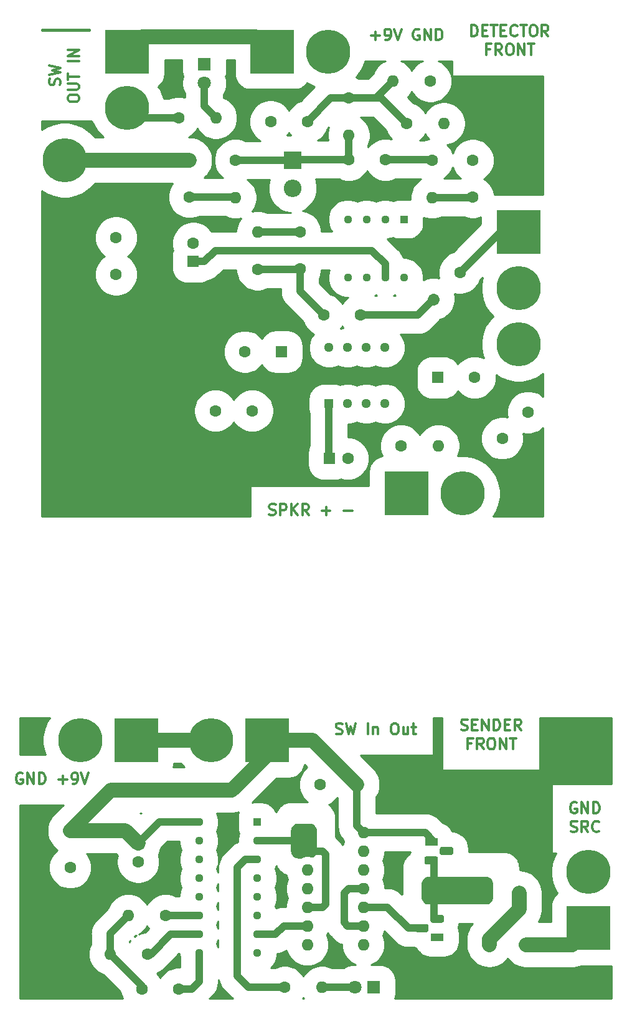
<source format=gbr>
G04 #@! TF.GenerationSoftware,KiCad,Pcbnew,5.1.5-1.fc30*
G04 #@! TF.CreationDate,2021-07-16T22:34:38+03:00*
G04 #@! TF.ProjectId,find-wire,66696e64-2d77-4697-9265-2e6b69636164,rev?*
G04 #@! TF.SameCoordinates,Original*
G04 #@! TF.FileFunction,Copper,L1,Top*
G04 #@! TF.FilePolarity,Positive*
%FSLAX46Y46*%
G04 Gerber Fmt 4.6, Leading zero omitted, Abs format (unit mm)*
G04 Created by KiCad (PCBNEW 5.1.5-1.fc30) date 2021-07-16 22:34:38*
%MOMM*%
%LPD*%
G04 APERTURE LIST*
%ADD10C,0.300000*%
%ADD11C,1.288000*%
%ADD12R,1.288000X1.288000*%
%ADD13C,1.130000*%
%ADD14R,1.130000X1.130000*%
%ADD15C,5.999480*%
%ADD16R,5.999480X5.999480*%
%ADD17O,1.600000X1.600000*%
%ADD18R,1.600000X1.600000*%
%ADD19C,1.600000*%
%ADD20C,1.600000*%
%ADD21R,1.800000X1.100000*%
%ADD22C,0.100000*%
%ADD23O,2.400000X2.400000*%
%ADD24R,2.400000X2.400000*%
%ADD25C,1.800000*%
%ADD26R,1.800000X1.800000*%
%ADD27C,2.000000*%
%ADD28C,1.000000*%
%ADD29C,0.254000*%
G04 APERTURE END LIST*
D10*
X99821428Y-21153571D02*
X99821428Y-19653571D01*
X100178571Y-19653571D01*
X100392857Y-19725000D01*
X100535714Y-19867857D01*
X100607142Y-20010714D01*
X100678571Y-20296428D01*
X100678571Y-20510714D01*
X100607142Y-20796428D01*
X100535714Y-20939285D01*
X100392857Y-21082142D01*
X100178571Y-21153571D01*
X99821428Y-21153571D01*
X101321428Y-20367857D02*
X101821428Y-20367857D01*
X102035714Y-21153571D02*
X101321428Y-21153571D01*
X101321428Y-19653571D01*
X102035714Y-19653571D01*
X102464285Y-19653571D02*
X103321428Y-19653571D01*
X102892857Y-21153571D02*
X102892857Y-19653571D01*
X103821428Y-20367857D02*
X104321428Y-20367857D01*
X104535714Y-21153571D02*
X103821428Y-21153571D01*
X103821428Y-19653571D01*
X104535714Y-19653571D01*
X106035714Y-21010714D02*
X105964285Y-21082142D01*
X105750000Y-21153571D01*
X105607142Y-21153571D01*
X105392857Y-21082142D01*
X105250000Y-20939285D01*
X105178571Y-20796428D01*
X105107142Y-20510714D01*
X105107142Y-20296428D01*
X105178571Y-20010714D01*
X105250000Y-19867857D01*
X105392857Y-19725000D01*
X105607142Y-19653571D01*
X105750000Y-19653571D01*
X105964285Y-19725000D01*
X106035714Y-19796428D01*
X106464285Y-19653571D02*
X107321428Y-19653571D01*
X106892857Y-21153571D02*
X106892857Y-19653571D01*
X108107142Y-19653571D02*
X108392857Y-19653571D01*
X108535714Y-19725000D01*
X108678571Y-19867857D01*
X108750000Y-20153571D01*
X108750000Y-20653571D01*
X108678571Y-20939285D01*
X108535714Y-21082142D01*
X108392857Y-21153571D01*
X108107142Y-21153571D01*
X107964285Y-21082142D01*
X107821428Y-20939285D01*
X107750000Y-20653571D01*
X107750000Y-20153571D01*
X107821428Y-19867857D01*
X107964285Y-19725000D01*
X108107142Y-19653571D01*
X110250000Y-21153571D02*
X109750000Y-20439285D01*
X109392857Y-21153571D02*
X109392857Y-19653571D01*
X109964285Y-19653571D01*
X110107142Y-19725000D01*
X110178571Y-19796428D01*
X110250000Y-19939285D01*
X110250000Y-20153571D01*
X110178571Y-20296428D01*
X110107142Y-20367857D01*
X109964285Y-20439285D01*
X109392857Y-20439285D01*
X102321428Y-22917857D02*
X101821428Y-22917857D01*
X101821428Y-23703571D02*
X101821428Y-22203571D01*
X102535714Y-22203571D01*
X103964285Y-23703571D02*
X103464285Y-22989285D01*
X103107142Y-23703571D02*
X103107142Y-22203571D01*
X103678571Y-22203571D01*
X103821428Y-22275000D01*
X103892857Y-22346428D01*
X103964285Y-22489285D01*
X103964285Y-22703571D01*
X103892857Y-22846428D01*
X103821428Y-22917857D01*
X103678571Y-22989285D01*
X103107142Y-22989285D01*
X104892857Y-22203571D02*
X105178571Y-22203571D01*
X105321428Y-22275000D01*
X105464285Y-22417857D01*
X105535714Y-22703571D01*
X105535714Y-23203571D01*
X105464285Y-23489285D01*
X105321428Y-23632142D01*
X105178571Y-23703571D01*
X104892857Y-23703571D01*
X104750000Y-23632142D01*
X104607142Y-23489285D01*
X104535714Y-23203571D01*
X104535714Y-22703571D01*
X104607142Y-22417857D01*
X104750000Y-22275000D01*
X104892857Y-22203571D01*
X106178571Y-23703571D02*
X106178571Y-22203571D01*
X107035714Y-23703571D01*
X107035714Y-22203571D01*
X107535714Y-22203571D02*
X108392857Y-22203571D01*
X107964285Y-23703571D02*
X107964285Y-22203571D01*
X72321428Y-86107142D02*
X72535714Y-86178571D01*
X72892857Y-86178571D01*
X73035714Y-86107142D01*
X73107142Y-86035714D01*
X73178571Y-85892857D01*
X73178571Y-85750000D01*
X73107142Y-85607142D01*
X73035714Y-85535714D01*
X72892857Y-85464285D01*
X72607142Y-85392857D01*
X72464285Y-85321428D01*
X72392857Y-85250000D01*
X72321428Y-85107142D01*
X72321428Y-84964285D01*
X72392857Y-84821428D01*
X72464285Y-84750000D01*
X72607142Y-84678571D01*
X72964285Y-84678571D01*
X73178571Y-84750000D01*
X73821428Y-86178571D02*
X73821428Y-84678571D01*
X74392857Y-84678571D01*
X74535714Y-84750000D01*
X74607142Y-84821428D01*
X74678571Y-84964285D01*
X74678571Y-85178571D01*
X74607142Y-85321428D01*
X74535714Y-85392857D01*
X74392857Y-85464285D01*
X73821428Y-85464285D01*
X75321428Y-86178571D02*
X75321428Y-84678571D01*
X76178571Y-86178571D02*
X75535714Y-85321428D01*
X76178571Y-84678571D02*
X75321428Y-85535714D01*
X77678571Y-86178571D02*
X77178571Y-85464285D01*
X76821428Y-86178571D02*
X76821428Y-84678571D01*
X77392857Y-84678571D01*
X77535714Y-84750000D01*
X77607142Y-84821428D01*
X77678571Y-84964285D01*
X77678571Y-85178571D01*
X77607142Y-85321428D01*
X77535714Y-85392857D01*
X77392857Y-85464285D01*
X76821428Y-85464285D01*
X79464285Y-85607142D02*
X80607142Y-85607142D01*
X80035714Y-86178571D02*
X80035714Y-85035714D01*
X82464285Y-85607142D02*
X83607142Y-85607142D01*
X43832142Y-27785714D02*
X43903571Y-27571428D01*
X43903571Y-27214285D01*
X43832142Y-27071428D01*
X43760714Y-27000000D01*
X43617857Y-26928571D01*
X43475000Y-26928571D01*
X43332142Y-27000000D01*
X43260714Y-27071428D01*
X43189285Y-27214285D01*
X43117857Y-27500000D01*
X43046428Y-27642857D01*
X42975000Y-27714285D01*
X42832142Y-27785714D01*
X42689285Y-27785714D01*
X42546428Y-27714285D01*
X42475000Y-27642857D01*
X42403571Y-27500000D01*
X42403571Y-27142857D01*
X42475000Y-26928571D01*
X42403571Y-26428571D02*
X43903571Y-26071428D01*
X42832142Y-25785714D01*
X43903571Y-25500000D01*
X42403571Y-25142857D01*
X44953571Y-29714285D02*
X44953571Y-29428571D01*
X45025000Y-29285714D01*
X45167857Y-29142857D01*
X45453571Y-29071428D01*
X45953571Y-29071428D01*
X46239285Y-29142857D01*
X46382142Y-29285714D01*
X46453571Y-29428571D01*
X46453571Y-29714285D01*
X46382142Y-29857142D01*
X46239285Y-30000000D01*
X45953571Y-30071428D01*
X45453571Y-30071428D01*
X45167857Y-30000000D01*
X45025000Y-29857142D01*
X44953571Y-29714285D01*
X44953571Y-28428571D02*
X46167857Y-28428571D01*
X46310714Y-28357142D01*
X46382142Y-28285714D01*
X46453571Y-28142857D01*
X46453571Y-27857142D01*
X46382142Y-27714285D01*
X46310714Y-27642857D01*
X46167857Y-27571428D01*
X44953571Y-27571428D01*
X44953571Y-27071428D02*
X44953571Y-26214285D01*
X46453571Y-26642857D02*
X44953571Y-26642857D01*
X46453571Y-24571428D02*
X44953571Y-24571428D01*
X46453571Y-23857142D02*
X44953571Y-23857142D01*
X46453571Y-23000000D01*
X44953571Y-23000000D01*
X86214285Y-21107142D02*
X87357142Y-21107142D01*
X86785714Y-21678571D02*
X86785714Y-20535714D01*
X88142857Y-21678571D02*
X88428571Y-21678571D01*
X88571428Y-21607142D01*
X88642857Y-21535714D01*
X88785714Y-21321428D01*
X88857142Y-21035714D01*
X88857142Y-20464285D01*
X88785714Y-20321428D01*
X88714285Y-20250000D01*
X88571428Y-20178571D01*
X88285714Y-20178571D01*
X88142857Y-20250000D01*
X88071428Y-20321428D01*
X88000000Y-20464285D01*
X88000000Y-20821428D01*
X88071428Y-20964285D01*
X88142857Y-21035714D01*
X88285714Y-21107142D01*
X88571428Y-21107142D01*
X88714285Y-21035714D01*
X88785714Y-20964285D01*
X88857142Y-20821428D01*
X89285714Y-20178571D02*
X89785714Y-21678571D01*
X90285714Y-20178571D01*
X92714285Y-20250000D02*
X92571428Y-20178571D01*
X92357142Y-20178571D01*
X92142857Y-20250000D01*
X92000000Y-20392857D01*
X91928571Y-20535714D01*
X91857142Y-20821428D01*
X91857142Y-21035714D01*
X91928571Y-21321428D01*
X92000000Y-21464285D01*
X92142857Y-21607142D01*
X92357142Y-21678571D01*
X92500000Y-21678571D01*
X92714285Y-21607142D01*
X92785714Y-21535714D01*
X92785714Y-21035714D01*
X92500000Y-21035714D01*
X93428571Y-21678571D02*
X93428571Y-20178571D01*
X94285714Y-21678571D01*
X94285714Y-20178571D01*
X95000000Y-21678571D02*
X95000000Y-20178571D01*
X95357142Y-20178571D01*
X95571428Y-20250000D01*
X95714285Y-20392857D01*
X95785714Y-20535714D01*
X95857142Y-20821428D01*
X95857142Y-21035714D01*
X95785714Y-21321428D01*
X95714285Y-21464285D01*
X95571428Y-21607142D01*
X95357142Y-21678571D01*
X95000000Y-21678571D01*
X81392857Y-115857142D02*
X81607142Y-115928571D01*
X81964285Y-115928571D01*
X82107142Y-115857142D01*
X82178571Y-115785714D01*
X82250000Y-115642857D01*
X82250000Y-115500000D01*
X82178571Y-115357142D01*
X82107142Y-115285714D01*
X81964285Y-115214285D01*
X81678571Y-115142857D01*
X81535714Y-115071428D01*
X81464285Y-115000000D01*
X81392857Y-114857142D01*
X81392857Y-114714285D01*
X81464285Y-114571428D01*
X81535714Y-114500000D01*
X81678571Y-114428571D01*
X82035714Y-114428571D01*
X82250000Y-114500000D01*
X82750000Y-114428571D02*
X83107142Y-115928571D01*
X83392857Y-114857142D01*
X83678571Y-115928571D01*
X84035714Y-114428571D01*
X85750000Y-115928571D02*
X85750000Y-114428571D01*
X86464285Y-114928571D02*
X86464285Y-115928571D01*
X86464285Y-115071428D02*
X86535714Y-115000000D01*
X86678571Y-114928571D01*
X86892857Y-114928571D01*
X87035714Y-115000000D01*
X87107142Y-115142857D01*
X87107142Y-115928571D01*
X89250000Y-114428571D02*
X89535714Y-114428571D01*
X89678571Y-114500000D01*
X89821428Y-114642857D01*
X89892857Y-114928571D01*
X89892857Y-115428571D01*
X89821428Y-115714285D01*
X89678571Y-115857142D01*
X89535714Y-115928571D01*
X89250000Y-115928571D01*
X89107142Y-115857142D01*
X88964285Y-115714285D01*
X88892857Y-115428571D01*
X88892857Y-114928571D01*
X88964285Y-114642857D01*
X89107142Y-114500000D01*
X89250000Y-114428571D01*
X91178571Y-114928571D02*
X91178571Y-115928571D01*
X90535714Y-114928571D02*
X90535714Y-115714285D01*
X90607142Y-115857142D01*
X90750000Y-115928571D01*
X90964285Y-115928571D01*
X91107142Y-115857142D01*
X91178571Y-115785714D01*
X91678571Y-114928571D02*
X92250000Y-114928571D01*
X91892857Y-114428571D02*
X91892857Y-115714285D01*
X91964285Y-115857142D01*
X92107142Y-115928571D01*
X92250000Y-115928571D01*
X38750000Y-121250000D02*
X38607142Y-121178571D01*
X38392857Y-121178571D01*
X38178571Y-121250000D01*
X38035714Y-121392857D01*
X37964285Y-121535714D01*
X37892857Y-121821428D01*
X37892857Y-122035714D01*
X37964285Y-122321428D01*
X38035714Y-122464285D01*
X38178571Y-122607142D01*
X38392857Y-122678571D01*
X38535714Y-122678571D01*
X38750000Y-122607142D01*
X38821428Y-122535714D01*
X38821428Y-122035714D01*
X38535714Y-122035714D01*
X39464285Y-122678571D02*
X39464285Y-121178571D01*
X40321428Y-122678571D01*
X40321428Y-121178571D01*
X41035714Y-122678571D02*
X41035714Y-121178571D01*
X41392857Y-121178571D01*
X41607142Y-121250000D01*
X41750000Y-121392857D01*
X41821428Y-121535714D01*
X41892857Y-121821428D01*
X41892857Y-122035714D01*
X41821428Y-122321428D01*
X41750000Y-122464285D01*
X41607142Y-122607142D01*
X41392857Y-122678571D01*
X41035714Y-122678571D01*
X43678571Y-122107142D02*
X44821428Y-122107142D01*
X44250000Y-122678571D02*
X44250000Y-121535714D01*
X45607142Y-122678571D02*
X45892857Y-122678571D01*
X46035714Y-122607142D01*
X46107142Y-122535714D01*
X46250000Y-122321428D01*
X46321428Y-122035714D01*
X46321428Y-121464285D01*
X46250000Y-121321428D01*
X46178571Y-121250000D01*
X46035714Y-121178571D01*
X45750000Y-121178571D01*
X45607142Y-121250000D01*
X45535714Y-121321428D01*
X45464285Y-121464285D01*
X45464285Y-121821428D01*
X45535714Y-121964285D01*
X45607142Y-122035714D01*
X45750000Y-122107142D01*
X46035714Y-122107142D01*
X46178571Y-122035714D01*
X46250000Y-121964285D01*
X46321428Y-121821428D01*
X46750000Y-121178571D02*
X47250000Y-122678571D01*
X47750000Y-121178571D01*
X114107142Y-125225000D02*
X113964285Y-125153571D01*
X113750000Y-125153571D01*
X113535714Y-125225000D01*
X113392857Y-125367857D01*
X113321428Y-125510714D01*
X113250000Y-125796428D01*
X113250000Y-126010714D01*
X113321428Y-126296428D01*
X113392857Y-126439285D01*
X113535714Y-126582142D01*
X113750000Y-126653571D01*
X113892857Y-126653571D01*
X114107142Y-126582142D01*
X114178571Y-126510714D01*
X114178571Y-126010714D01*
X113892857Y-126010714D01*
X114821428Y-126653571D02*
X114821428Y-125153571D01*
X115678571Y-126653571D01*
X115678571Y-125153571D01*
X116392857Y-126653571D02*
X116392857Y-125153571D01*
X116750000Y-125153571D01*
X116964285Y-125225000D01*
X117107142Y-125367857D01*
X117178571Y-125510714D01*
X117250000Y-125796428D01*
X117250000Y-126010714D01*
X117178571Y-126296428D01*
X117107142Y-126439285D01*
X116964285Y-126582142D01*
X116750000Y-126653571D01*
X116392857Y-126653571D01*
X113321428Y-129132142D02*
X113535714Y-129203571D01*
X113892857Y-129203571D01*
X114035714Y-129132142D01*
X114107142Y-129060714D01*
X114178571Y-128917857D01*
X114178571Y-128775000D01*
X114107142Y-128632142D01*
X114035714Y-128560714D01*
X113892857Y-128489285D01*
X113607142Y-128417857D01*
X113464285Y-128346428D01*
X113392857Y-128275000D01*
X113321428Y-128132142D01*
X113321428Y-127989285D01*
X113392857Y-127846428D01*
X113464285Y-127775000D01*
X113607142Y-127703571D01*
X113964285Y-127703571D01*
X114178571Y-127775000D01*
X115678571Y-129203571D02*
X115178571Y-128489285D01*
X114821428Y-129203571D02*
X114821428Y-127703571D01*
X115392857Y-127703571D01*
X115535714Y-127775000D01*
X115607142Y-127846428D01*
X115678571Y-127989285D01*
X115678571Y-128203571D01*
X115607142Y-128346428D01*
X115535714Y-128417857D01*
X115392857Y-128489285D01*
X114821428Y-128489285D01*
X117178571Y-129060714D02*
X117107142Y-129132142D01*
X116892857Y-129203571D01*
X116750000Y-129203571D01*
X116535714Y-129132142D01*
X116392857Y-128989285D01*
X116321428Y-128846428D01*
X116250000Y-128560714D01*
X116250000Y-128346428D01*
X116321428Y-128060714D01*
X116392857Y-127917857D01*
X116535714Y-127775000D01*
X116750000Y-127703571D01*
X116892857Y-127703571D01*
X117107142Y-127775000D01*
X117178571Y-127846428D01*
X98428571Y-115332142D02*
X98642857Y-115403571D01*
X99000000Y-115403571D01*
X99142857Y-115332142D01*
X99214285Y-115260714D01*
X99285714Y-115117857D01*
X99285714Y-114975000D01*
X99214285Y-114832142D01*
X99142857Y-114760714D01*
X99000000Y-114689285D01*
X98714285Y-114617857D01*
X98571428Y-114546428D01*
X98500000Y-114475000D01*
X98428571Y-114332142D01*
X98428571Y-114189285D01*
X98500000Y-114046428D01*
X98571428Y-113975000D01*
X98714285Y-113903571D01*
X99071428Y-113903571D01*
X99285714Y-113975000D01*
X99928571Y-114617857D02*
X100428571Y-114617857D01*
X100642857Y-115403571D02*
X99928571Y-115403571D01*
X99928571Y-113903571D01*
X100642857Y-113903571D01*
X101285714Y-115403571D02*
X101285714Y-113903571D01*
X102142857Y-115403571D01*
X102142857Y-113903571D01*
X102857142Y-115403571D02*
X102857142Y-113903571D01*
X103214285Y-113903571D01*
X103428571Y-113975000D01*
X103571428Y-114117857D01*
X103642857Y-114260714D01*
X103714285Y-114546428D01*
X103714285Y-114760714D01*
X103642857Y-115046428D01*
X103571428Y-115189285D01*
X103428571Y-115332142D01*
X103214285Y-115403571D01*
X102857142Y-115403571D01*
X104357142Y-114617857D02*
X104857142Y-114617857D01*
X105071428Y-115403571D02*
X104357142Y-115403571D01*
X104357142Y-113903571D01*
X105071428Y-113903571D01*
X106571428Y-115403571D02*
X106071428Y-114689285D01*
X105714285Y-115403571D02*
X105714285Y-113903571D01*
X106285714Y-113903571D01*
X106428571Y-113975000D01*
X106500000Y-114046428D01*
X106571428Y-114189285D01*
X106571428Y-114403571D01*
X106500000Y-114546428D01*
X106428571Y-114617857D01*
X106285714Y-114689285D01*
X105714285Y-114689285D01*
X99821428Y-117167857D02*
X99321428Y-117167857D01*
X99321428Y-117953571D02*
X99321428Y-116453571D01*
X100035714Y-116453571D01*
X101464285Y-117953571D02*
X100964285Y-117239285D01*
X100607142Y-117953571D02*
X100607142Y-116453571D01*
X101178571Y-116453571D01*
X101321428Y-116525000D01*
X101392857Y-116596428D01*
X101464285Y-116739285D01*
X101464285Y-116953571D01*
X101392857Y-117096428D01*
X101321428Y-117167857D01*
X101178571Y-117239285D01*
X100607142Y-117239285D01*
X102392857Y-116453571D02*
X102678571Y-116453571D01*
X102821428Y-116525000D01*
X102964285Y-116667857D01*
X103035714Y-116953571D01*
X103035714Y-117453571D01*
X102964285Y-117739285D01*
X102821428Y-117882142D01*
X102678571Y-117953571D01*
X102392857Y-117953571D01*
X102250000Y-117882142D01*
X102107142Y-117739285D01*
X102035714Y-117453571D01*
X102035714Y-116953571D01*
X102107142Y-116667857D01*
X102250000Y-116525000D01*
X102392857Y-116453571D01*
X103678571Y-117953571D02*
X103678571Y-116453571D01*
X104535714Y-117953571D01*
X104535714Y-116453571D01*
X105035714Y-116453571D02*
X105892857Y-116453571D01*
X105464285Y-117953571D02*
X105464285Y-116453571D01*
D11*
X80440000Y-63440000D03*
X82980000Y-63440000D03*
X85520000Y-63440000D03*
X88060000Y-63440000D03*
X88060000Y-71060000D03*
X85520000Y-71060000D03*
X82980000Y-71060000D03*
D12*
X80440000Y-71060000D03*
D13*
X90620000Y-53940000D03*
X88080000Y-53940000D03*
X85540000Y-53940000D03*
X83000000Y-53940000D03*
X83000000Y-46000000D03*
X85540000Y-46000000D03*
X88080000Y-46000000D03*
D14*
X90620000Y-46000000D03*
D13*
X62780000Y-127860000D03*
X62780000Y-130400000D03*
X62780000Y-132940000D03*
X62780000Y-135480000D03*
X62780000Y-138020000D03*
X62780000Y-140560000D03*
X62780000Y-143100000D03*
X62780000Y-145640000D03*
X70720000Y-145640000D03*
X70720000Y-143100000D03*
X70720000Y-140560000D03*
X70720000Y-138020000D03*
X70720000Y-135480000D03*
X70720000Y-132940000D03*
X70720000Y-130400000D03*
D14*
X70720000Y-127860000D03*
D15*
X115750000Y-134630000D03*
D16*
X115750000Y-142250000D03*
D17*
X85120000Y-129250000D03*
X77500000Y-144490000D03*
X85120000Y-131790000D03*
X77500000Y-141950000D03*
X85120000Y-134330000D03*
X77500000Y-139410000D03*
X85120000Y-136870000D03*
X77500000Y-136870000D03*
X85120000Y-139410000D03*
X77500000Y-134330000D03*
X85120000Y-141950000D03*
X77500000Y-131790000D03*
X85120000Y-144490000D03*
D18*
X77500000Y-129250000D03*
D15*
X53000000Y-30870000D03*
D16*
X53000000Y-23250000D03*
D15*
X64380000Y-116750000D03*
D16*
X72000000Y-116750000D03*
D15*
X106250000Y-62990000D03*
X106250000Y-55370000D03*
D16*
X106250000Y-47750000D03*
D17*
X67725895Y-43056319D03*
D19*
X67725895Y-37976319D03*
D17*
X65080000Y-32250000D03*
D19*
X60000000Y-32250000D03*
D17*
X95330000Y-76750000D03*
D19*
X90250000Y-76750000D03*
D20*
X94657898Y-56842102D02*
X94657898Y-56842102D01*
D19*
X98250000Y-53250000D03*
D17*
X70750000Y-47750000D03*
D19*
X70750000Y-52830000D03*
D17*
X96080000Y-33000000D03*
D19*
X91000000Y-33000000D03*
D17*
X83145652Y-34620079D03*
D19*
X83145652Y-29540079D03*
D17*
X89170000Y-27250000D03*
D19*
X94250000Y-27250000D03*
D17*
X94466364Y-43067554D03*
D19*
X94466364Y-37987554D03*
D17*
X101250000Y-137500000D03*
D19*
X106330000Y-137500000D03*
D17*
X79500000Y-150250000D03*
D19*
X74420000Y-150250000D03*
D17*
X53170000Y-140500000D03*
D19*
X58250000Y-140500000D03*
D17*
X50670000Y-145750000D03*
D19*
X55750000Y-145750000D03*
D21*
X95150000Y-143500000D03*
G04 #@! TA.AperFunction,ComponentPad*
D22*
G36*
X95801955Y-140411324D02*
G01*
X95828650Y-140415284D01*
X95854828Y-140421841D01*
X95880238Y-140430933D01*
X95904634Y-140442472D01*
X95927782Y-140456346D01*
X95949458Y-140472422D01*
X95969454Y-140490546D01*
X95987578Y-140510542D01*
X96003654Y-140532218D01*
X96017528Y-140555366D01*
X96029067Y-140579762D01*
X96038159Y-140605172D01*
X96044716Y-140631350D01*
X96048676Y-140658045D01*
X96050000Y-140685000D01*
X96050000Y-141235000D01*
X96048676Y-141261955D01*
X96044716Y-141288650D01*
X96038159Y-141314828D01*
X96029067Y-141340238D01*
X96017528Y-141364634D01*
X96003654Y-141387782D01*
X95987578Y-141409458D01*
X95969454Y-141429454D01*
X95949458Y-141447578D01*
X95927782Y-141463654D01*
X95904634Y-141477528D01*
X95880238Y-141489067D01*
X95854828Y-141498159D01*
X95828650Y-141504716D01*
X95801955Y-141508676D01*
X95775000Y-141510000D01*
X94525000Y-141510000D01*
X94498045Y-141508676D01*
X94471350Y-141504716D01*
X94445172Y-141498159D01*
X94419762Y-141489067D01*
X94395366Y-141477528D01*
X94372218Y-141463654D01*
X94350542Y-141447578D01*
X94330546Y-141429454D01*
X94312422Y-141409458D01*
X94296346Y-141387782D01*
X94282472Y-141364634D01*
X94270933Y-141340238D01*
X94261841Y-141314828D01*
X94255284Y-141288650D01*
X94251324Y-141261955D01*
X94250000Y-141235000D01*
X94250000Y-140685000D01*
X94251324Y-140658045D01*
X94255284Y-140631350D01*
X94261841Y-140605172D01*
X94270933Y-140579762D01*
X94282472Y-140555366D01*
X94296346Y-140532218D01*
X94312422Y-140510542D01*
X94330546Y-140490546D01*
X94350542Y-140472422D01*
X94372218Y-140456346D01*
X94395366Y-140442472D01*
X94419762Y-140430933D01*
X94445172Y-140421841D01*
X94471350Y-140415284D01*
X94498045Y-140411324D01*
X94525000Y-140410000D01*
X95775000Y-140410000D01*
X95801955Y-140411324D01*
G37*
G04 #@! TD.AperFunction*
G04 #@! TA.AperFunction,ComponentPad*
G36*
X93731955Y-141681324D02*
G01*
X93758650Y-141685284D01*
X93784828Y-141691841D01*
X93810238Y-141700933D01*
X93834634Y-141712472D01*
X93857782Y-141726346D01*
X93879458Y-141742422D01*
X93899454Y-141760546D01*
X93917578Y-141780542D01*
X93933654Y-141802218D01*
X93947528Y-141825366D01*
X93959067Y-141849762D01*
X93968159Y-141875172D01*
X93974716Y-141901350D01*
X93978676Y-141928045D01*
X93980000Y-141955000D01*
X93980000Y-142505000D01*
X93978676Y-142531955D01*
X93974716Y-142558650D01*
X93968159Y-142584828D01*
X93959067Y-142610238D01*
X93947528Y-142634634D01*
X93933654Y-142657782D01*
X93917578Y-142679458D01*
X93899454Y-142699454D01*
X93879458Y-142717578D01*
X93857782Y-142733654D01*
X93834634Y-142747528D01*
X93810238Y-142759067D01*
X93784828Y-142768159D01*
X93758650Y-142774716D01*
X93731955Y-142778676D01*
X93705000Y-142780000D01*
X92455000Y-142780000D01*
X92428045Y-142778676D01*
X92401350Y-142774716D01*
X92375172Y-142768159D01*
X92349762Y-142759067D01*
X92325366Y-142747528D01*
X92302218Y-142733654D01*
X92280542Y-142717578D01*
X92260546Y-142699454D01*
X92242422Y-142679458D01*
X92226346Y-142657782D01*
X92212472Y-142634634D01*
X92200933Y-142610238D01*
X92191841Y-142584828D01*
X92185284Y-142558650D01*
X92181324Y-142531955D01*
X92180000Y-142505000D01*
X92180000Y-141955000D01*
X92181324Y-141928045D01*
X92185284Y-141901350D01*
X92191841Y-141875172D01*
X92200933Y-141849762D01*
X92212472Y-141825366D01*
X92226346Y-141802218D01*
X92242422Y-141780542D01*
X92260546Y-141760546D01*
X92280542Y-141742422D01*
X92302218Y-141726346D01*
X92325366Y-141712472D01*
X92349762Y-141700933D01*
X92375172Y-141691841D01*
X92401350Y-141685284D01*
X92428045Y-141681324D01*
X92455000Y-141680000D01*
X93705000Y-141680000D01*
X93731955Y-141681324D01*
G37*
G04 #@! TD.AperFunction*
D21*
X94350000Y-130500000D03*
G04 #@! TA.AperFunction,ComponentPad*
D22*
G36*
X95001955Y-132491324D02*
G01*
X95028650Y-132495284D01*
X95054828Y-132501841D01*
X95080238Y-132510933D01*
X95104634Y-132522472D01*
X95127782Y-132536346D01*
X95149458Y-132552422D01*
X95169454Y-132570546D01*
X95187578Y-132590542D01*
X95203654Y-132612218D01*
X95217528Y-132635366D01*
X95229067Y-132659762D01*
X95238159Y-132685172D01*
X95244716Y-132711350D01*
X95248676Y-132738045D01*
X95250000Y-132765000D01*
X95250000Y-133315000D01*
X95248676Y-133341955D01*
X95244716Y-133368650D01*
X95238159Y-133394828D01*
X95229067Y-133420238D01*
X95217528Y-133444634D01*
X95203654Y-133467782D01*
X95187578Y-133489458D01*
X95169454Y-133509454D01*
X95149458Y-133527578D01*
X95127782Y-133543654D01*
X95104634Y-133557528D01*
X95080238Y-133569067D01*
X95054828Y-133578159D01*
X95028650Y-133584716D01*
X95001955Y-133588676D01*
X94975000Y-133590000D01*
X93725000Y-133590000D01*
X93698045Y-133588676D01*
X93671350Y-133584716D01*
X93645172Y-133578159D01*
X93619762Y-133569067D01*
X93595366Y-133557528D01*
X93572218Y-133543654D01*
X93550542Y-133527578D01*
X93530546Y-133509454D01*
X93512422Y-133489458D01*
X93496346Y-133467782D01*
X93482472Y-133444634D01*
X93470933Y-133420238D01*
X93461841Y-133394828D01*
X93455284Y-133368650D01*
X93451324Y-133341955D01*
X93450000Y-133315000D01*
X93450000Y-132765000D01*
X93451324Y-132738045D01*
X93455284Y-132711350D01*
X93461841Y-132685172D01*
X93470933Y-132659762D01*
X93482472Y-132635366D01*
X93496346Y-132612218D01*
X93512422Y-132590542D01*
X93530546Y-132570546D01*
X93550542Y-132552422D01*
X93572218Y-132536346D01*
X93595366Y-132522472D01*
X93619762Y-132510933D01*
X93645172Y-132501841D01*
X93671350Y-132495284D01*
X93698045Y-132491324D01*
X93725000Y-132490000D01*
X94975000Y-132490000D01*
X95001955Y-132491324D01*
G37*
G04 #@! TD.AperFunction*
G04 #@! TA.AperFunction,ComponentPad*
G36*
X97071955Y-131221324D02*
G01*
X97098650Y-131225284D01*
X97124828Y-131231841D01*
X97150238Y-131240933D01*
X97174634Y-131252472D01*
X97197782Y-131266346D01*
X97219458Y-131282422D01*
X97239454Y-131300546D01*
X97257578Y-131320542D01*
X97273654Y-131342218D01*
X97287528Y-131365366D01*
X97299067Y-131389762D01*
X97308159Y-131415172D01*
X97314716Y-131441350D01*
X97318676Y-131468045D01*
X97320000Y-131495000D01*
X97320000Y-132045000D01*
X97318676Y-132071955D01*
X97314716Y-132098650D01*
X97308159Y-132124828D01*
X97299067Y-132150238D01*
X97287528Y-132174634D01*
X97273654Y-132197782D01*
X97257578Y-132219458D01*
X97239454Y-132239454D01*
X97219458Y-132257578D01*
X97197782Y-132273654D01*
X97174634Y-132287528D01*
X97150238Y-132299067D01*
X97124828Y-132308159D01*
X97098650Y-132314716D01*
X97071955Y-132318676D01*
X97045000Y-132320000D01*
X95795000Y-132320000D01*
X95768045Y-132318676D01*
X95741350Y-132314716D01*
X95715172Y-132308159D01*
X95689762Y-132299067D01*
X95665366Y-132287528D01*
X95642218Y-132273654D01*
X95620542Y-132257578D01*
X95600546Y-132239454D01*
X95582422Y-132219458D01*
X95566346Y-132197782D01*
X95552472Y-132174634D01*
X95540933Y-132150238D01*
X95531841Y-132124828D01*
X95525284Y-132098650D01*
X95521324Y-132071955D01*
X95520000Y-132045000D01*
X95520000Y-131495000D01*
X95521324Y-131468045D01*
X95525284Y-131441350D01*
X95531841Y-131415172D01*
X95540933Y-131389762D01*
X95552472Y-131365366D01*
X95566346Y-131342218D01*
X95582422Y-131320542D01*
X95600546Y-131300546D01*
X95620542Y-131282422D01*
X95642218Y-131266346D01*
X95665366Y-131252472D01*
X95689762Y-131240933D01*
X95715172Y-131231841D01*
X95741350Y-131225284D01*
X95768045Y-131221324D01*
X95795000Y-131220000D01*
X97045000Y-131220000D01*
X97071955Y-131221324D01*
G37*
G04 #@! TD.AperFunction*
D15*
X98620000Y-83250000D03*
D16*
X91000000Y-83250000D03*
D23*
X75497751Y-41786319D03*
D24*
X75497751Y-37976319D03*
D25*
X63500000Y-27540000D03*
D26*
X63500000Y-25000000D03*
D25*
X83960000Y-150250000D03*
D26*
X86500000Y-150250000D03*
D19*
X62000000Y-49250000D03*
D18*
X62000000Y-51750000D03*
D19*
X65000000Y-72000000D03*
X70000000Y-72000000D03*
X51500000Y-53500000D03*
X51500000Y-48500000D03*
X79250000Y-122750000D03*
X84250000Y-122750000D03*
X45250000Y-134000000D03*
X45250000Y-129000000D03*
X54500000Y-133250000D03*
D18*
X54500000Y-130750000D03*
D19*
X61468893Y-37976319D03*
X61468893Y-42976319D03*
X107535534Y-72214466D03*
X104000000Y-75750000D03*
X83000000Y-78500000D03*
D18*
X80500000Y-78500000D03*
D19*
X100250000Y-67500000D03*
D18*
X95250000Y-67500000D03*
D19*
X69000000Y-64000000D03*
D18*
X74000000Y-64000000D03*
D19*
X79750000Y-59000000D03*
X84750000Y-59000000D03*
X76500000Y-47750000D03*
X76500000Y-52750000D03*
X72500000Y-32750000D03*
X77500000Y-32750000D03*
X100000000Y-38000000D03*
X100000000Y-43000000D03*
X88137669Y-37951685D03*
X83137669Y-37951685D03*
X102250000Y-144500000D03*
X107250000Y-144500000D03*
X55000000Y-150500000D03*
X60000000Y-150500000D03*
D15*
X80370000Y-23250000D03*
D16*
X72750000Y-23250000D03*
D15*
X46630000Y-116750000D03*
D16*
X54250000Y-116750000D03*
D15*
X44500000Y-38000000D03*
D27*
X61445212Y-38000000D02*
X61468893Y-37976319D01*
X44500000Y-38000000D02*
X61445212Y-38000000D01*
X54250000Y-116750000D02*
X64380000Y-116750000D01*
X72750000Y-23250000D02*
X72500000Y-23250000D01*
X72500000Y-23250000D02*
X70500000Y-21250000D01*
X55000000Y-21250000D02*
X53000000Y-23250000D01*
X70500000Y-21250000D02*
X55000000Y-21250000D01*
D28*
X55000000Y-150080000D02*
X50670000Y-145750000D01*
X55000000Y-150500000D02*
X55000000Y-150080000D01*
X50670000Y-143000000D02*
X53170000Y-140500000D01*
X50670000Y-145750000D02*
X50670000Y-143000000D01*
X60000000Y-150500000D02*
X61750000Y-150500000D01*
X62780000Y-149470000D02*
X62780000Y-145640000D01*
X61750000Y-150500000D02*
X62780000Y-149470000D01*
D27*
X106330000Y-137500000D02*
X106330000Y-139670000D01*
X102250000Y-143750000D02*
X102250000Y-144500000D01*
X106330000Y-139670000D02*
X102250000Y-143750000D01*
X113500000Y-144500000D02*
X115750000Y-142250000D01*
X107250000Y-144500000D02*
X113500000Y-144500000D01*
D28*
X94430495Y-37951685D02*
X94466364Y-37987554D01*
X88137669Y-37951685D02*
X94430495Y-37951685D01*
X70750000Y-47750000D02*
X76500000Y-47750000D01*
X83145652Y-37943702D02*
X83137669Y-37951685D01*
X83145652Y-34620079D02*
X83145652Y-37943702D01*
X75522385Y-37951685D02*
X75497751Y-37976319D01*
X83137669Y-37951685D02*
X75522385Y-37951685D01*
X75497751Y-37976319D02*
X67725895Y-37976319D01*
X99932446Y-43067554D02*
X100000000Y-43000000D01*
X94466364Y-43067554D02*
X99932446Y-43067554D01*
X86879921Y-29540079D02*
X89170000Y-27250000D01*
X83145652Y-29540079D02*
X86879921Y-29540079D01*
X87540079Y-29540079D02*
X91000000Y-33000000D01*
X86879921Y-29540079D02*
X87540079Y-29540079D01*
X80709921Y-29540079D02*
X77500000Y-32750000D01*
X83145652Y-29540079D02*
X80709921Y-29540079D01*
X76500000Y-55750000D02*
X79750000Y-59000000D01*
X76500000Y-52750000D02*
X76500000Y-55750000D01*
X76420000Y-52830000D02*
X76500000Y-52750000D01*
X70750000Y-52830000D02*
X76420000Y-52830000D01*
X92500000Y-59000000D02*
X94657898Y-56842102D01*
X84750000Y-59000000D02*
X92500000Y-59000000D01*
X80440000Y-78440000D02*
X80500000Y-78500000D01*
X80440000Y-71060000D02*
X80440000Y-78440000D01*
X67645895Y-42976319D02*
X67725895Y-43056319D01*
X61468893Y-42976319D02*
X67645895Y-42976319D01*
D27*
X52750000Y-129000000D02*
X54500000Y-130750000D01*
X45250000Y-129000000D02*
X52750000Y-129000000D01*
X72000000Y-116750000D02*
X72000000Y-118750000D01*
X72000000Y-118750000D02*
X67250000Y-123500000D01*
X50750000Y-123500000D02*
X45250000Y-129000000D01*
X67250000Y-123500000D02*
X50750000Y-123500000D01*
D28*
X57390000Y-127860000D02*
X62780000Y-127860000D01*
X54500000Y-130750000D02*
X57390000Y-127860000D01*
D27*
X78250000Y-116750000D02*
X84250000Y-122750000D01*
X72000000Y-116750000D02*
X78250000Y-116750000D01*
D28*
X84250000Y-128380000D02*
X85120000Y-129250000D01*
X84250000Y-122750000D02*
X84250000Y-128380000D01*
X93500000Y-129250000D02*
X94750000Y-130500000D01*
X85120000Y-129250000D02*
X93500000Y-129250000D01*
X54380000Y-32250000D02*
X53000000Y-30870000D01*
X60000000Y-32250000D02*
X54380000Y-32250000D01*
X63500000Y-51750000D02*
X62000000Y-51750000D01*
X65000000Y-50250000D02*
X63500000Y-51750000D01*
X86250000Y-50250000D02*
X65000000Y-50250000D01*
X88080000Y-53940000D02*
X88080000Y-52080000D01*
X88080000Y-52080000D02*
X86250000Y-50250000D01*
X83960000Y-150250000D02*
X79500000Y-150250000D01*
X63500000Y-30670000D02*
X65080000Y-32250000D01*
X63500000Y-27540000D02*
X63500000Y-30670000D01*
X94750000Y-133040000D02*
X94750000Y-136500000D01*
X94750000Y-140960000D02*
X94750000Y-138250000D01*
X93480000Y-142230000D02*
X91230000Y-142230000D01*
X88410000Y-139410000D02*
X85120000Y-139410000D01*
X91230000Y-142230000D02*
X88410000Y-139410000D01*
X55750000Y-145750000D02*
X56250000Y-145750000D01*
X58900000Y-143100000D02*
X62780000Y-143100000D01*
X56250000Y-145750000D02*
X58900000Y-143100000D01*
X62720000Y-140500000D02*
X62780000Y-140560000D01*
X58250000Y-140500000D02*
X62720000Y-140500000D01*
X70720000Y-132940000D02*
X69060000Y-132940000D01*
X69060000Y-132940000D02*
X68000000Y-134000000D01*
X68000000Y-134000000D02*
X68000000Y-148750000D01*
X69500000Y-150250000D02*
X74420000Y-150250000D01*
X68000000Y-148750000D02*
X69500000Y-150250000D01*
X103750000Y-47750000D02*
X98250000Y-53250000D01*
X106250000Y-47750000D02*
X103750000Y-47750000D01*
X70720000Y-143100000D02*
X73150000Y-143100000D01*
X74300000Y-141950000D02*
X77500000Y-141950000D01*
X73150000Y-143100000D02*
X74300000Y-141950000D01*
X70720000Y-130400000D02*
X76350000Y-130400000D01*
X77500000Y-131790000D02*
X77500000Y-131550000D01*
X77500000Y-139410000D02*
X79590000Y-139410000D01*
X79590000Y-139410000D02*
X80000000Y-139000000D01*
X80000000Y-139000000D02*
X80000000Y-132250000D01*
X79540000Y-131790000D02*
X77500000Y-131790000D01*
X80000000Y-132250000D02*
X79540000Y-131790000D01*
X85120000Y-141950000D02*
X82950000Y-141950000D01*
X82950000Y-141950000D02*
X82500000Y-141500000D01*
X82500000Y-141500000D02*
X82500000Y-137500000D01*
X83130000Y-136870000D02*
X85120000Y-136870000D01*
X82500000Y-137500000D02*
X83130000Y-136870000D01*
D29*
G36*
X101920189Y-135394376D02*
G01*
X102083850Y-135444022D01*
X102234672Y-135524638D01*
X102366870Y-135633130D01*
X102475362Y-135765328D01*
X102555978Y-135916150D01*
X102605624Y-136079811D01*
X102623000Y-136256234D01*
X102623000Y-137993766D01*
X102605624Y-138170189D01*
X102555978Y-138333850D01*
X102475362Y-138484672D01*
X102366870Y-138616870D01*
X102234672Y-138725362D01*
X102083850Y-138805978D01*
X101920189Y-138855624D01*
X101743766Y-138873000D01*
X94006234Y-138873000D01*
X93829811Y-138855624D01*
X93666150Y-138805978D01*
X93515328Y-138725362D01*
X93383130Y-138616870D01*
X93274638Y-138484672D01*
X93194022Y-138333850D01*
X93144376Y-138170189D01*
X93127000Y-137993766D01*
X93127000Y-136256234D01*
X93144376Y-136079811D01*
X93194022Y-135916150D01*
X93274638Y-135765328D01*
X93383130Y-135633130D01*
X93515328Y-135524638D01*
X93666150Y-135444022D01*
X93829811Y-135394376D01*
X94006234Y-135377000D01*
X101743766Y-135377000D01*
X101920189Y-135394376D01*
G37*
X101920189Y-135394376D02*
X102083850Y-135444022D01*
X102234672Y-135524638D01*
X102366870Y-135633130D01*
X102475362Y-135765328D01*
X102555978Y-135916150D01*
X102605624Y-136079811D01*
X102623000Y-136256234D01*
X102623000Y-137993766D01*
X102605624Y-138170189D01*
X102555978Y-138333850D01*
X102475362Y-138484672D01*
X102366870Y-138616870D01*
X102234672Y-138725362D01*
X102083850Y-138805978D01*
X101920189Y-138855624D01*
X101743766Y-138873000D01*
X94006234Y-138873000D01*
X93829811Y-138855624D01*
X93666150Y-138805978D01*
X93515328Y-138725362D01*
X93383130Y-138616870D01*
X93274638Y-138484672D01*
X93194022Y-138333850D01*
X93144376Y-138170189D01*
X93127000Y-137993766D01*
X93127000Y-136256234D01*
X93144376Y-136079811D01*
X93194022Y-135916150D01*
X93274638Y-135765328D01*
X93383130Y-135633130D01*
X93515328Y-135524638D01*
X93666150Y-135444022D01*
X93829811Y-135394376D01*
X94006234Y-135377000D01*
X101743766Y-135377000D01*
X101920189Y-135394376D01*
G36*
X77920189Y-128144376D02*
G01*
X78083850Y-128194022D01*
X78234672Y-128274638D01*
X78366870Y-128383130D01*
X78475362Y-128515328D01*
X78555978Y-128666150D01*
X78605624Y-128829811D01*
X78623000Y-129006234D01*
X78623000Y-131743766D01*
X78605624Y-131920189D01*
X78555978Y-132083850D01*
X78475362Y-132234672D01*
X78366870Y-132366870D01*
X78234672Y-132475362D01*
X78157538Y-132516591D01*
X78062085Y-132477053D01*
X77689793Y-132403000D01*
X77310207Y-132403000D01*
X76937915Y-132477053D01*
X76587223Y-132622315D01*
X76586198Y-132623000D01*
X76256234Y-132623000D01*
X76079811Y-132605624D01*
X75916150Y-132555978D01*
X75765328Y-132475362D01*
X75633130Y-132366870D01*
X75524638Y-132234672D01*
X75444022Y-132083850D01*
X75394376Y-131920189D01*
X75377000Y-131743766D01*
X75377000Y-129006234D01*
X75394376Y-128829811D01*
X75444022Y-128666150D01*
X75524638Y-128515328D01*
X75633130Y-128383130D01*
X75765328Y-128274638D01*
X75916150Y-128194022D01*
X76079811Y-128144376D01*
X76256234Y-128127000D01*
X77743766Y-128127000D01*
X77920189Y-128144376D01*
G37*
X77920189Y-128144376D02*
X78083850Y-128194022D01*
X78234672Y-128274638D01*
X78366870Y-128383130D01*
X78475362Y-128515328D01*
X78555978Y-128666150D01*
X78605624Y-128829811D01*
X78623000Y-129006234D01*
X78623000Y-131743766D01*
X78605624Y-131920189D01*
X78555978Y-132083850D01*
X78475362Y-132234672D01*
X78366870Y-132366870D01*
X78234672Y-132475362D01*
X78157538Y-132516591D01*
X78062085Y-132477053D01*
X77689793Y-132403000D01*
X77310207Y-132403000D01*
X76937915Y-132477053D01*
X76587223Y-132622315D01*
X76586198Y-132623000D01*
X76256234Y-132623000D01*
X76079811Y-132605624D01*
X75916150Y-132555978D01*
X75765328Y-132475362D01*
X75633130Y-132366870D01*
X75524638Y-132234672D01*
X75444022Y-132083850D01*
X75394376Y-131920189D01*
X75377000Y-131743766D01*
X75377000Y-129006234D01*
X75394376Y-128829811D01*
X75444022Y-128666150D01*
X75524638Y-128515328D01*
X75633130Y-128383130D01*
X75765328Y-128274638D01*
X75916150Y-128194022D01*
X76079811Y-128144376D01*
X76256234Y-128127000D01*
X77743766Y-128127000D01*
X77920189Y-128144376D01*
G36*
X58875019Y-41589864D02*
G01*
X58654375Y-42122544D01*
X58541893Y-42688035D01*
X58541893Y-43264603D01*
X58654375Y-43830094D01*
X58875019Y-44362774D01*
X59195343Y-44842173D01*
X59603039Y-45249869D01*
X60082438Y-45570193D01*
X60615118Y-45790837D01*
X61180609Y-45903319D01*
X61757177Y-45903319D01*
X62322668Y-45790837D01*
X62775375Y-45603319D01*
X66269288Y-45603319D01*
X66339440Y-45650193D01*
X66872120Y-45870837D01*
X67437611Y-45983319D01*
X68014179Y-45983319D01*
X68470884Y-45892476D01*
X68156126Y-46363545D01*
X67935482Y-46896225D01*
X67823000Y-47461716D01*
X67823000Y-47623000D01*
X65129037Y-47623000D01*
X64999999Y-47610291D01*
X64870962Y-47623000D01*
X64870952Y-47623000D01*
X64485018Y-47661011D01*
X64463007Y-47667688D01*
X64273550Y-47384146D01*
X63865854Y-46976450D01*
X63386455Y-46656126D01*
X62853775Y-46435482D01*
X62288284Y-46323000D01*
X61711716Y-46323000D01*
X61146225Y-46435482D01*
X60613545Y-46656126D01*
X60134146Y-46976450D01*
X59726450Y-47384146D01*
X59406126Y-47863545D01*
X59185482Y-48396225D01*
X59073000Y-48961716D01*
X59073000Y-49538284D01*
X59185482Y-50103775D01*
X59213484Y-50171378D01*
X59103776Y-50533035D01*
X59062709Y-50950000D01*
X59062709Y-52550000D01*
X59103776Y-52966965D01*
X59225401Y-53367906D01*
X59422907Y-53737415D01*
X59688707Y-54061293D01*
X60012585Y-54327093D01*
X60382094Y-54524599D01*
X60783035Y-54646224D01*
X61200000Y-54687291D01*
X62800000Y-54687291D01*
X63216965Y-54646224D01*
X63617906Y-54524599D01*
X63953905Y-54345005D01*
X64014982Y-54338989D01*
X64510173Y-54188774D01*
X64966544Y-53944839D01*
X65366557Y-53616557D01*
X65448825Y-53516313D01*
X66088138Y-52877000D01*
X67823000Y-52877000D01*
X67823000Y-53118284D01*
X67935482Y-53683775D01*
X68156126Y-54216455D01*
X68476450Y-54695854D01*
X68884146Y-55103550D01*
X69363545Y-55423874D01*
X69896225Y-55644518D01*
X70461716Y-55757000D01*
X71038284Y-55757000D01*
X71603775Y-55644518D01*
X72056482Y-55457000D01*
X73873000Y-55457000D01*
X73873000Y-55620955D01*
X73860290Y-55750000D01*
X73873000Y-55879045D01*
X73873000Y-55879048D01*
X73911011Y-56264982D01*
X74061227Y-56760173D01*
X74305162Y-57216544D01*
X74633444Y-57616557D01*
X74733683Y-57698821D01*
X76968607Y-59933746D01*
X77156126Y-60386455D01*
X77476450Y-60865854D01*
X77884146Y-61273550D01*
X78363545Y-61593874D01*
X78366228Y-61594986D01*
X78287624Y-61673590D01*
X77984371Y-62127439D01*
X77775488Y-62631729D01*
X77669000Y-63167080D01*
X77669000Y-63712920D01*
X77775488Y-64248271D01*
X77984371Y-64752561D01*
X78287624Y-65206410D01*
X78673590Y-65592376D01*
X79127439Y-65895629D01*
X79631729Y-66104512D01*
X80167080Y-66211000D01*
X80712920Y-66211000D01*
X81248271Y-66104512D01*
X81710000Y-65913258D01*
X82171729Y-66104512D01*
X82707080Y-66211000D01*
X83252920Y-66211000D01*
X83788271Y-66104512D01*
X84250000Y-65913258D01*
X84711729Y-66104512D01*
X85247080Y-66211000D01*
X85792920Y-66211000D01*
X86328271Y-66104512D01*
X86790000Y-65913258D01*
X87251729Y-66104512D01*
X87787080Y-66211000D01*
X88332920Y-66211000D01*
X88868271Y-66104512D01*
X89372561Y-65895629D01*
X89826410Y-65592376D01*
X90212376Y-65206410D01*
X90515629Y-64752561D01*
X90724512Y-64248271D01*
X90831000Y-63712920D01*
X90831000Y-63167080D01*
X90724512Y-62631729D01*
X90515629Y-62127439D01*
X90212376Y-61673590D01*
X90165786Y-61627000D01*
X92370955Y-61627000D01*
X92500000Y-61639710D01*
X92629045Y-61627000D01*
X92629048Y-61627000D01*
X93014982Y-61588989D01*
X93510173Y-61438774D01*
X93966544Y-61194839D01*
X94366557Y-60866557D01*
X94448825Y-60766313D01*
X95591644Y-59623495D01*
X96044353Y-59435976D01*
X96523752Y-59115652D01*
X96931448Y-58707956D01*
X97251772Y-58228557D01*
X97472416Y-57695877D01*
X97584898Y-57130386D01*
X97584898Y-56553818D01*
X97491334Y-56083436D01*
X97961716Y-56177000D01*
X98538284Y-56177000D01*
X99103775Y-56064518D01*
X99636455Y-55843874D01*
X100115854Y-55523550D01*
X100523550Y-55115854D01*
X100843874Y-54636455D01*
X101031393Y-54183745D01*
X101315244Y-53899895D01*
X101123260Y-54865060D01*
X101123260Y-55874940D01*
X101320278Y-56865415D01*
X101706742Y-57798422D01*
X102267801Y-58638106D01*
X102809695Y-59180000D01*
X102267801Y-59721894D01*
X101706742Y-60561578D01*
X101320278Y-61494585D01*
X101123260Y-62485060D01*
X101123260Y-63494940D01*
X101320278Y-64485415D01*
X101465151Y-64835169D01*
X101103775Y-64685482D01*
X100538284Y-64573000D01*
X99961716Y-64573000D01*
X99396225Y-64685482D01*
X98863545Y-64906126D01*
X98384146Y-65226450D01*
X97976450Y-65634146D01*
X97929570Y-65704307D01*
X97827093Y-65512585D01*
X97561293Y-65188707D01*
X97237415Y-64922907D01*
X96867906Y-64725401D01*
X96466965Y-64603776D01*
X96050000Y-64562709D01*
X94450000Y-64562709D01*
X94033035Y-64603776D01*
X93632094Y-64725401D01*
X93262585Y-64922907D01*
X92938707Y-65188707D01*
X92672907Y-65512585D01*
X92475401Y-65882094D01*
X92353776Y-66283035D01*
X92312709Y-66700000D01*
X92312709Y-68300000D01*
X92353776Y-68716965D01*
X92475401Y-69117906D01*
X92672907Y-69487415D01*
X92938707Y-69811293D01*
X93262585Y-70077093D01*
X93632094Y-70274599D01*
X94033035Y-70396224D01*
X94450000Y-70437291D01*
X96050000Y-70437291D01*
X96466965Y-70396224D01*
X96867906Y-70274599D01*
X97237415Y-70077093D01*
X97561293Y-69811293D01*
X97827093Y-69487415D01*
X97929570Y-69295693D01*
X97976450Y-69365854D01*
X98384146Y-69773550D01*
X98863545Y-70093874D01*
X99396225Y-70314518D01*
X99961716Y-70427000D01*
X100538284Y-70427000D01*
X101103775Y-70314518D01*
X101636455Y-70093874D01*
X102115854Y-69773550D01*
X102523550Y-69365854D01*
X102843874Y-68886455D01*
X103064518Y-68353775D01*
X103177000Y-67788284D01*
X103177000Y-67211716D01*
X103151961Y-67085834D01*
X103821578Y-67533258D01*
X104754585Y-67919722D01*
X105745060Y-68116740D01*
X106754940Y-68116740D01*
X107745415Y-67919722D01*
X108678422Y-67533258D01*
X109518106Y-66972199D01*
X109573001Y-66917304D01*
X109573001Y-70112529D01*
X109401388Y-69940916D01*
X108921989Y-69620592D01*
X108389309Y-69399948D01*
X107823818Y-69287466D01*
X107247250Y-69287466D01*
X106681759Y-69399948D01*
X106149079Y-69620592D01*
X105669680Y-69940916D01*
X105261984Y-70348612D01*
X104941660Y-70828011D01*
X104721016Y-71360691D01*
X104608534Y-71926182D01*
X104608534Y-72502750D01*
X104688052Y-72902518D01*
X104288284Y-72823000D01*
X103711716Y-72823000D01*
X103146225Y-72935482D01*
X102613545Y-73156126D01*
X102134146Y-73476450D01*
X101726450Y-73884146D01*
X101406126Y-74363545D01*
X101185482Y-74896225D01*
X101073000Y-75461716D01*
X101073000Y-76038284D01*
X101185482Y-76603775D01*
X101406126Y-77136455D01*
X101726450Y-77615854D01*
X102134146Y-78023550D01*
X102613545Y-78343874D01*
X103146225Y-78564518D01*
X103711716Y-78677000D01*
X104288284Y-78677000D01*
X104853775Y-78564518D01*
X105386455Y-78343874D01*
X105865854Y-78023550D01*
X106273550Y-77615854D01*
X106593874Y-77136455D01*
X106814518Y-76603775D01*
X106927000Y-76038284D01*
X106927000Y-75461716D01*
X106847482Y-75061948D01*
X107247250Y-75141466D01*
X107823818Y-75141466D01*
X108389309Y-75028984D01*
X108921989Y-74808340D01*
X109401388Y-74488016D01*
X109573001Y-74316403D01*
X109573001Y-86323000D01*
X102732565Y-86323000D01*
X103163258Y-85678422D01*
X103549722Y-84745415D01*
X103746740Y-83754940D01*
X103746740Y-82745060D01*
X103549722Y-81754585D01*
X103163258Y-80821578D01*
X102602199Y-79981894D01*
X101888106Y-79267801D01*
X101048422Y-78706742D01*
X100115415Y-78320278D01*
X99124940Y-78123260D01*
X98115060Y-78123260D01*
X97904737Y-78165096D01*
X97923874Y-78136455D01*
X98144518Y-77603775D01*
X98257000Y-77038284D01*
X98257000Y-76461716D01*
X98144518Y-75896225D01*
X97923874Y-75363545D01*
X97603550Y-74884146D01*
X97195854Y-74476450D01*
X96716455Y-74156126D01*
X96183775Y-73935482D01*
X95618284Y-73823000D01*
X95041716Y-73823000D01*
X94476225Y-73935482D01*
X93943545Y-74156126D01*
X93464146Y-74476450D01*
X93056450Y-74884146D01*
X92790000Y-75282917D01*
X92523550Y-74884146D01*
X92115854Y-74476450D01*
X91636455Y-74156126D01*
X91103775Y-73935482D01*
X90538284Y-73823000D01*
X89961716Y-73823000D01*
X89396225Y-73935482D01*
X88863545Y-74156126D01*
X88384146Y-74476450D01*
X87976450Y-74884146D01*
X87656126Y-75363545D01*
X87435482Y-75896225D01*
X87323000Y-76461716D01*
X87323000Y-77038284D01*
X87435482Y-77603775D01*
X87656126Y-78136455D01*
X87662651Y-78146220D01*
X87583295Y-78154036D01*
X87182354Y-78275661D01*
X86812845Y-78473167D01*
X86488967Y-78738967D01*
X86223167Y-79062845D01*
X86025661Y-79432354D01*
X85904036Y-79833295D01*
X85862969Y-80250260D01*
X85862969Y-82218000D01*
X69758715Y-82218000D01*
X69758715Y-86323000D01*
X41427000Y-86323000D01*
X41427000Y-77700000D01*
X77562709Y-77700000D01*
X77562709Y-79300000D01*
X77603776Y-79716965D01*
X77725401Y-80117906D01*
X77922907Y-80487415D01*
X78188707Y-80811293D01*
X78512585Y-81077093D01*
X78882094Y-81274599D01*
X79283035Y-81396224D01*
X79700000Y-81437291D01*
X81300000Y-81437291D01*
X81716965Y-81396224D01*
X82078622Y-81286516D01*
X82146225Y-81314518D01*
X82711716Y-81427000D01*
X83288284Y-81427000D01*
X83853775Y-81314518D01*
X84386455Y-81093874D01*
X84865854Y-80773550D01*
X85273550Y-80365854D01*
X85593874Y-79886455D01*
X85814518Y-79353775D01*
X85927000Y-78788284D01*
X85927000Y-78211716D01*
X85814518Y-77646225D01*
X85593874Y-77113545D01*
X85273550Y-76634146D01*
X84865854Y-76226450D01*
X84386455Y-75906126D01*
X83853775Y-75685482D01*
X83288284Y-75573000D01*
X83067000Y-75573000D01*
X83067000Y-73831000D01*
X83252920Y-73831000D01*
X83788271Y-73724512D01*
X84250000Y-73533258D01*
X84711729Y-73724512D01*
X85247080Y-73831000D01*
X85792920Y-73831000D01*
X86328271Y-73724512D01*
X86790000Y-73533258D01*
X87251729Y-73724512D01*
X87787080Y-73831000D01*
X88332920Y-73831000D01*
X88868271Y-73724512D01*
X89372561Y-73515629D01*
X89826410Y-73212376D01*
X90212376Y-72826410D01*
X90515629Y-72372561D01*
X90724512Y-71868271D01*
X90831000Y-71332920D01*
X90831000Y-70787080D01*
X90724512Y-70251729D01*
X90515629Y-69747439D01*
X90212376Y-69293590D01*
X89826410Y-68907624D01*
X89372561Y-68604371D01*
X88868271Y-68395488D01*
X88332920Y-68289000D01*
X87787080Y-68289000D01*
X87251729Y-68395488D01*
X86790000Y-68586742D01*
X86328271Y-68395488D01*
X85792920Y-68289000D01*
X85247080Y-68289000D01*
X84711729Y-68395488D01*
X84250000Y-68586742D01*
X83788271Y-68395488D01*
X83252920Y-68289000D01*
X82707080Y-68289000D01*
X82171729Y-68395488D01*
X81971316Y-68478501D01*
X81901906Y-68441401D01*
X81500965Y-68319776D01*
X81084000Y-68278709D01*
X79796000Y-68278709D01*
X79379035Y-68319776D01*
X78978094Y-68441401D01*
X78608585Y-68638907D01*
X78284707Y-68904707D01*
X78018907Y-69228585D01*
X77821401Y-69598094D01*
X77699776Y-69999035D01*
X77658709Y-70416000D01*
X77658709Y-71704000D01*
X77699776Y-72120965D01*
X77813000Y-72494212D01*
X77813001Y-76718206D01*
X77725401Y-76882094D01*
X77603776Y-77283035D01*
X77562709Y-77700000D01*
X41427000Y-77700000D01*
X41427000Y-71711716D01*
X62073000Y-71711716D01*
X62073000Y-72288284D01*
X62185482Y-72853775D01*
X62406126Y-73386455D01*
X62726450Y-73865854D01*
X63134146Y-74273550D01*
X63613545Y-74593874D01*
X64146225Y-74814518D01*
X64711716Y-74927000D01*
X65288284Y-74927000D01*
X65853775Y-74814518D01*
X66386455Y-74593874D01*
X66865854Y-74273550D01*
X67273550Y-73865854D01*
X67500000Y-73526947D01*
X67726450Y-73865854D01*
X68134146Y-74273550D01*
X68613545Y-74593874D01*
X69146225Y-74814518D01*
X69711716Y-74927000D01*
X70288284Y-74927000D01*
X70853775Y-74814518D01*
X71386455Y-74593874D01*
X71865854Y-74273550D01*
X72273550Y-73865854D01*
X72593874Y-73386455D01*
X72814518Y-72853775D01*
X72927000Y-72288284D01*
X72927000Y-71711716D01*
X72814518Y-71146225D01*
X72593874Y-70613545D01*
X72273550Y-70134146D01*
X71865854Y-69726450D01*
X71386455Y-69406126D01*
X70853775Y-69185482D01*
X70288284Y-69073000D01*
X69711716Y-69073000D01*
X69146225Y-69185482D01*
X68613545Y-69406126D01*
X68134146Y-69726450D01*
X67726450Y-70134146D01*
X67500000Y-70473053D01*
X67273550Y-70134146D01*
X66865854Y-69726450D01*
X66386455Y-69406126D01*
X65853775Y-69185482D01*
X65288284Y-69073000D01*
X64711716Y-69073000D01*
X64146225Y-69185482D01*
X63613545Y-69406126D01*
X63134146Y-69726450D01*
X62726450Y-70134146D01*
X62406126Y-70613545D01*
X62185482Y-71146225D01*
X62073000Y-71711716D01*
X41427000Y-71711716D01*
X41427000Y-63711716D01*
X66073000Y-63711716D01*
X66073000Y-64288284D01*
X66185482Y-64853775D01*
X66406126Y-65386455D01*
X66726450Y-65865854D01*
X67134146Y-66273550D01*
X67613545Y-66593874D01*
X68146225Y-66814518D01*
X68711716Y-66927000D01*
X69288284Y-66927000D01*
X69853775Y-66814518D01*
X70386455Y-66593874D01*
X70865854Y-66273550D01*
X71273550Y-65865854D01*
X71320430Y-65795693D01*
X71422907Y-65987415D01*
X71688707Y-66311293D01*
X72012585Y-66577093D01*
X72382094Y-66774599D01*
X72783035Y-66896224D01*
X73200000Y-66937291D01*
X74800000Y-66937291D01*
X75216965Y-66896224D01*
X75617906Y-66774599D01*
X75987415Y-66577093D01*
X76311293Y-66311293D01*
X76577093Y-65987415D01*
X76774599Y-65617906D01*
X76896224Y-65216965D01*
X76937291Y-64800000D01*
X76937291Y-63200000D01*
X76896224Y-62783035D01*
X76774599Y-62382094D01*
X76577093Y-62012585D01*
X76311293Y-61688707D01*
X75987415Y-61422907D01*
X75617906Y-61225401D01*
X75216965Y-61103776D01*
X74800000Y-61062709D01*
X73200000Y-61062709D01*
X72783035Y-61103776D01*
X72382094Y-61225401D01*
X72012585Y-61422907D01*
X71688707Y-61688707D01*
X71422907Y-62012585D01*
X71320430Y-62204307D01*
X71273550Y-62134146D01*
X70865854Y-61726450D01*
X70386455Y-61406126D01*
X69853775Y-61185482D01*
X69288284Y-61073000D01*
X68711716Y-61073000D01*
X68146225Y-61185482D01*
X67613545Y-61406126D01*
X67134146Y-61726450D01*
X66726450Y-62134146D01*
X66406126Y-62613545D01*
X66185482Y-63146225D01*
X66073000Y-63711716D01*
X41427000Y-63711716D01*
X41427000Y-48211716D01*
X48573000Y-48211716D01*
X48573000Y-48788284D01*
X48685482Y-49353775D01*
X48906126Y-49886455D01*
X49226450Y-50365854D01*
X49634146Y-50773550D01*
X49973053Y-51000000D01*
X49634146Y-51226450D01*
X49226450Y-51634146D01*
X48906126Y-52113545D01*
X48685482Y-52646225D01*
X48573000Y-53211716D01*
X48573000Y-53788284D01*
X48685482Y-54353775D01*
X48906126Y-54886455D01*
X49226450Y-55365854D01*
X49634146Y-55773550D01*
X50113545Y-56093874D01*
X50646225Y-56314518D01*
X51211716Y-56427000D01*
X51788284Y-56427000D01*
X52353775Y-56314518D01*
X52886455Y-56093874D01*
X53365854Y-55773550D01*
X53773550Y-55365854D01*
X54093874Y-54886455D01*
X54314518Y-54353775D01*
X54427000Y-53788284D01*
X54427000Y-53211716D01*
X54314518Y-52646225D01*
X54093874Y-52113545D01*
X53773550Y-51634146D01*
X53365854Y-51226450D01*
X53026947Y-51000000D01*
X53365854Y-50773550D01*
X53773550Y-50365854D01*
X54093874Y-49886455D01*
X54314518Y-49353775D01*
X54427000Y-48788284D01*
X54427000Y-48211716D01*
X54314518Y-47646225D01*
X54093874Y-47113545D01*
X53773550Y-46634146D01*
X53365854Y-46226450D01*
X52886455Y-45906126D01*
X52353775Y-45685482D01*
X51788284Y-45573000D01*
X51211716Y-45573000D01*
X50646225Y-45685482D01*
X50113545Y-45906126D01*
X49634146Y-46226450D01*
X49226450Y-46634146D01*
X48906126Y-47113545D01*
X48685482Y-47646225D01*
X48573000Y-48211716D01*
X41427000Y-48211716D01*
X41427000Y-42112565D01*
X42071578Y-42543258D01*
X43004585Y-42929722D01*
X43995060Y-43126740D01*
X45004940Y-43126740D01*
X45995415Y-42929722D01*
X46928422Y-42543258D01*
X47768106Y-41982199D01*
X48482199Y-41268106D01*
X48576483Y-41127000D01*
X59184295Y-41127000D01*
X58875019Y-41589864D01*
G37*
X58875019Y-41589864D02*
X58654375Y-42122544D01*
X58541893Y-42688035D01*
X58541893Y-43264603D01*
X58654375Y-43830094D01*
X58875019Y-44362774D01*
X59195343Y-44842173D01*
X59603039Y-45249869D01*
X60082438Y-45570193D01*
X60615118Y-45790837D01*
X61180609Y-45903319D01*
X61757177Y-45903319D01*
X62322668Y-45790837D01*
X62775375Y-45603319D01*
X66269288Y-45603319D01*
X66339440Y-45650193D01*
X66872120Y-45870837D01*
X67437611Y-45983319D01*
X68014179Y-45983319D01*
X68470884Y-45892476D01*
X68156126Y-46363545D01*
X67935482Y-46896225D01*
X67823000Y-47461716D01*
X67823000Y-47623000D01*
X65129037Y-47623000D01*
X64999999Y-47610291D01*
X64870962Y-47623000D01*
X64870952Y-47623000D01*
X64485018Y-47661011D01*
X64463007Y-47667688D01*
X64273550Y-47384146D01*
X63865854Y-46976450D01*
X63386455Y-46656126D01*
X62853775Y-46435482D01*
X62288284Y-46323000D01*
X61711716Y-46323000D01*
X61146225Y-46435482D01*
X60613545Y-46656126D01*
X60134146Y-46976450D01*
X59726450Y-47384146D01*
X59406126Y-47863545D01*
X59185482Y-48396225D01*
X59073000Y-48961716D01*
X59073000Y-49538284D01*
X59185482Y-50103775D01*
X59213484Y-50171378D01*
X59103776Y-50533035D01*
X59062709Y-50950000D01*
X59062709Y-52550000D01*
X59103776Y-52966965D01*
X59225401Y-53367906D01*
X59422907Y-53737415D01*
X59688707Y-54061293D01*
X60012585Y-54327093D01*
X60382094Y-54524599D01*
X60783035Y-54646224D01*
X61200000Y-54687291D01*
X62800000Y-54687291D01*
X63216965Y-54646224D01*
X63617906Y-54524599D01*
X63953905Y-54345005D01*
X64014982Y-54338989D01*
X64510173Y-54188774D01*
X64966544Y-53944839D01*
X65366557Y-53616557D01*
X65448825Y-53516313D01*
X66088138Y-52877000D01*
X67823000Y-52877000D01*
X67823000Y-53118284D01*
X67935482Y-53683775D01*
X68156126Y-54216455D01*
X68476450Y-54695854D01*
X68884146Y-55103550D01*
X69363545Y-55423874D01*
X69896225Y-55644518D01*
X70461716Y-55757000D01*
X71038284Y-55757000D01*
X71603775Y-55644518D01*
X72056482Y-55457000D01*
X73873000Y-55457000D01*
X73873000Y-55620955D01*
X73860290Y-55750000D01*
X73873000Y-55879045D01*
X73873000Y-55879048D01*
X73911011Y-56264982D01*
X74061227Y-56760173D01*
X74305162Y-57216544D01*
X74633444Y-57616557D01*
X74733683Y-57698821D01*
X76968607Y-59933746D01*
X77156126Y-60386455D01*
X77476450Y-60865854D01*
X77884146Y-61273550D01*
X78363545Y-61593874D01*
X78366228Y-61594986D01*
X78287624Y-61673590D01*
X77984371Y-62127439D01*
X77775488Y-62631729D01*
X77669000Y-63167080D01*
X77669000Y-63712920D01*
X77775488Y-64248271D01*
X77984371Y-64752561D01*
X78287624Y-65206410D01*
X78673590Y-65592376D01*
X79127439Y-65895629D01*
X79631729Y-66104512D01*
X80167080Y-66211000D01*
X80712920Y-66211000D01*
X81248271Y-66104512D01*
X81710000Y-65913258D01*
X82171729Y-66104512D01*
X82707080Y-66211000D01*
X83252920Y-66211000D01*
X83788271Y-66104512D01*
X84250000Y-65913258D01*
X84711729Y-66104512D01*
X85247080Y-66211000D01*
X85792920Y-66211000D01*
X86328271Y-66104512D01*
X86790000Y-65913258D01*
X87251729Y-66104512D01*
X87787080Y-66211000D01*
X88332920Y-66211000D01*
X88868271Y-66104512D01*
X89372561Y-65895629D01*
X89826410Y-65592376D01*
X90212376Y-65206410D01*
X90515629Y-64752561D01*
X90724512Y-64248271D01*
X90831000Y-63712920D01*
X90831000Y-63167080D01*
X90724512Y-62631729D01*
X90515629Y-62127439D01*
X90212376Y-61673590D01*
X90165786Y-61627000D01*
X92370955Y-61627000D01*
X92500000Y-61639710D01*
X92629045Y-61627000D01*
X92629048Y-61627000D01*
X93014982Y-61588989D01*
X93510173Y-61438774D01*
X93966544Y-61194839D01*
X94366557Y-60866557D01*
X94448825Y-60766313D01*
X95591644Y-59623495D01*
X96044353Y-59435976D01*
X96523752Y-59115652D01*
X96931448Y-58707956D01*
X97251772Y-58228557D01*
X97472416Y-57695877D01*
X97584898Y-57130386D01*
X97584898Y-56553818D01*
X97491334Y-56083436D01*
X97961716Y-56177000D01*
X98538284Y-56177000D01*
X99103775Y-56064518D01*
X99636455Y-55843874D01*
X100115854Y-55523550D01*
X100523550Y-55115854D01*
X100843874Y-54636455D01*
X101031393Y-54183745D01*
X101315244Y-53899895D01*
X101123260Y-54865060D01*
X101123260Y-55874940D01*
X101320278Y-56865415D01*
X101706742Y-57798422D01*
X102267801Y-58638106D01*
X102809695Y-59180000D01*
X102267801Y-59721894D01*
X101706742Y-60561578D01*
X101320278Y-61494585D01*
X101123260Y-62485060D01*
X101123260Y-63494940D01*
X101320278Y-64485415D01*
X101465151Y-64835169D01*
X101103775Y-64685482D01*
X100538284Y-64573000D01*
X99961716Y-64573000D01*
X99396225Y-64685482D01*
X98863545Y-64906126D01*
X98384146Y-65226450D01*
X97976450Y-65634146D01*
X97929570Y-65704307D01*
X97827093Y-65512585D01*
X97561293Y-65188707D01*
X97237415Y-64922907D01*
X96867906Y-64725401D01*
X96466965Y-64603776D01*
X96050000Y-64562709D01*
X94450000Y-64562709D01*
X94033035Y-64603776D01*
X93632094Y-64725401D01*
X93262585Y-64922907D01*
X92938707Y-65188707D01*
X92672907Y-65512585D01*
X92475401Y-65882094D01*
X92353776Y-66283035D01*
X92312709Y-66700000D01*
X92312709Y-68300000D01*
X92353776Y-68716965D01*
X92475401Y-69117906D01*
X92672907Y-69487415D01*
X92938707Y-69811293D01*
X93262585Y-70077093D01*
X93632094Y-70274599D01*
X94033035Y-70396224D01*
X94450000Y-70437291D01*
X96050000Y-70437291D01*
X96466965Y-70396224D01*
X96867906Y-70274599D01*
X97237415Y-70077093D01*
X97561293Y-69811293D01*
X97827093Y-69487415D01*
X97929570Y-69295693D01*
X97976450Y-69365854D01*
X98384146Y-69773550D01*
X98863545Y-70093874D01*
X99396225Y-70314518D01*
X99961716Y-70427000D01*
X100538284Y-70427000D01*
X101103775Y-70314518D01*
X101636455Y-70093874D01*
X102115854Y-69773550D01*
X102523550Y-69365854D01*
X102843874Y-68886455D01*
X103064518Y-68353775D01*
X103177000Y-67788284D01*
X103177000Y-67211716D01*
X103151961Y-67085834D01*
X103821578Y-67533258D01*
X104754585Y-67919722D01*
X105745060Y-68116740D01*
X106754940Y-68116740D01*
X107745415Y-67919722D01*
X108678422Y-67533258D01*
X109518106Y-66972199D01*
X109573001Y-66917304D01*
X109573001Y-70112529D01*
X109401388Y-69940916D01*
X108921989Y-69620592D01*
X108389309Y-69399948D01*
X107823818Y-69287466D01*
X107247250Y-69287466D01*
X106681759Y-69399948D01*
X106149079Y-69620592D01*
X105669680Y-69940916D01*
X105261984Y-70348612D01*
X104941660Y-70828011D01*
X104721016Y-71360691D01*
X104608534Y-71926182D01*
X104608534Y-72502750D01*
X104688052Y-72902518D01*
X104288284Y-72823000D01*
X103711716Y-72823000D01*
X103146225Y-72935482D01*
X102613545Y-73156126D01*
X102134146Y-73476450D01*
X101726450Y-73884146D01*
X101406126Y-74363545D01*
X101185482Y-74896225D01*
X101073000Y-75461716D01*
X101073000Y-76038284D01*
X101185482Y-76603775D01*
X101406126Y-77136455D01*
X101726450Y-77615854D01*
X102134146Y-78023550D01*
X102613545Y-78343874D01*
X103146225Y-78564518D01*
X103711716Y-78677000D01*
X104288284Y-78677000D01*
X104853775Y-78564518D01*
X105386455Y-78343874D01*
X105865854Y-78023550D01*
X106273550Y-77615854D01*
X106593874Y-77136455D01*
X106814518Y-76603775D01*
X106927000Y-76038284D01*
X106927000Y-75461716D01*
X106847482Y-75061948D01*
X107247250Y-75141466D01*
X107823818Y-75141466D01*
X108389309Y-75028984D01*
X108921989Y-74808340D01*
X109401388Y-74488016D01*
X109573001Y-74316403D01*
X109573001Y-86323000D01*
X102732565Y-86323000D01*
X103163258Y-85678422D01*
X103549722Y-84745415D01*
X103746740Y-83754940D01*
X103746740Y-82745060D01*
X103549722Y-81754585D01*
X103163258Y-80821578D01*
X102602199Y-79981894D01*
X101888106Y-79267801D01*
X101048422Y-78706742D01*
X100115415Y-78320278D01*
X99124940Y-78123260D01*
X98115060Y-78123260D01*
X97904737Y-78165096D01*
X97923874Y-78136455D01*
X98144518Y-77603775D01*
X98257000Y-77038284D01*
X98257000Y-76461716D01*
X98144518Y-75896225D01*
X97923874Y-75363545D01*
X97603550Y-74884146D01*
X97195854Y-74476450D01*
X96716455Y-74156126D01*
X96183775Y-73935482D01*
X95618284Y-73823000D01*
X95041716Y-73823000D01*
X94476225Y-73935482D01*
X93943545Y-74156126D01*
X93464146Y-74476450D01*
X93056450Y-74884146D01*
X92790000Y-75282917D01*
X92523550Y-74884146D01*
X92115854Y-74476450D01*
X91636455Y-74156126D01*
X91103775Y-73935482D01*
X90538284Y-73823000D01*
X89961716Y-73823000D01*
X89396225Y-73935482D01*
X88863545Y-74156126D01*
X88384146Y-74476450D01*
X87976450Y-74884146D01*
X87656126Y-75363545D01*
X87435482Y-75896225D01*
X87323000Y-76461716D01*
X87323000Y-77038284D01*
X87435482Y-77603775D01*
X87656126Y-78136455D01*
X87662651Y-78146220D01*
X87583295Y-78154036D01*
X87182354Y-78275661D01*
X86812845Y-78473167D01*
X86488967Y-78738967D01*
X86223167Y-79062845D01*
X86025661Y-79432354D01*
X85904036Y-79833295D01*
X85862969Y-80250260D01*
X85862969Y-82218000D01*
X69758715Y-82218000D01*
X69758715Y-86323000D01*
X41427000Y-86323000D01*
X41427000Y-77700000D01*
X77562709Y-77700000D01*
X77562709Y-79300000D01*
X77603776Y-79716965D01*
X77725401Y-80117906D01*
X77922907Y-80487415D01*
X78188707Y-80811293D01*
X78512585Y-81077093D01*
X78882094Y-81274599D01*
X79283035Y-81396224D01*
X79700000Y-81437291D01*
X81300000Y-81437291D01*
X81716965Y-81396224D01*
X82078622Y-81286516D01*
X82146225Y-81314518D01*
X82711716Y-81427000D01*
X83288284Y-81427000D01*
X83853775Y-81314518D01*
X84386455Y-81093874D01*
X84865854Y-80773550D01*
X85273550Y-80365854D01*
X85593874Y-79886455D01*
X85814518Y-79353775D01*
X85927000Y-78788284D01*
X85927000Y-78211716D01*
X85814518Y-77646225D01*
X85593874Y-77113545D01*
X85273550Y-76634146D01*
X84865854Y-76226450D01*
X84386455Y-75906126D01*
X83853775Y-75685482D01*
X83288284Y-75573000D01*
X83067000Y-75573000D01*
X83067000Y-73831000D01*
X83252920Y-73831000D01*
X83788271Y-73724512D01*
X84250000Y-73533258D01*
X84711729Y-73724512D01*
X85247080Y-73831000D01*
X85792920Y-73831000D01*
X86328271Y-73724512D01*
X86790000Y-73533258D01*
X87251729Y-73724512D01*
X87787080Y-73831000D01*
X88332920Y-73831000D01*
X88868271Y-73724512D01*
X89372561Y-73515629D01*
X89826410Y-73212376D01*
X90212376Y-72826410D01*
X90515629Y-72372561D01*
X90724512Y-71868271D01*
X90831000Y-71332920D01*
X90831000Y-70787080D01*
X90724512Y-70251729D01*
X90515629Y-69747439D01*
X90212376Y-69293590D01*
X89826410Y-68907624D01*
X89372561Y-68604371D01*
X88868271Y-68395488D01*
X88332920Y-68289000D01*
X87787080Y-68289000D01*
X87251729Y-68395488D01*
X86790000Y-68586742D01*
X86328271Y-68395488D01*
X85792920Y-68289000D01*
X85247080Y-68289000D01*
X84711729Y-68395488D01*
X84250000Y-68586742D01*
X83788271Y-68395488D01*
X83252920Y-68289000D01*
X82707080Y-68289000D01*
X82171729Y-68395488D01*
X81971316Y-68478501D01*
X81901906Y-68441401D01*
X81500965Y-68319776D01*
X81084000Y-68278709D01*
X79796000Y-68278709D01*
X79379035Y-68319776D01*
X78978094Y-68441401D01*
X78608585Y-68638907D01*
X78284707Y-68904707D01*
X78018907Y-69228585D01*
X77821401Y-69598094D01*
X77699776Y-69999035D01*
X77658709Y-70416000D01*
X77658709Y-71704000D01*
X77699776Y-72120965D01*
X77813000Y-72494212D01*
X77813001Y-76718206D01*
X77725401Y-76882094D01*
X77603776Y-77283035D01*
X77562709Y-77700000D01*
X41427000Y-77700000D01*
X41427000Y-71711716D01*
X62073000Y-71711716D01*
X62073000Y-72288284D01*
X62185482Y-72853775D01*
X62406126Y-73386455D01*
X62726450Y-73865854D01*
X63134146Y-74273550D01*
X63613545Y-74593874D01*
X64146225Y-74814518D01*
X64711716Y-74927000D01*
X65288284Y-74927000D01*
X65853775Y-74814518D01*
X66386455Y-74593874D01*
X66865854Y-74273550D01*
X67273550Y-73865854D01*
X67500000Y-73526947D01*
X67726450Y-73865854D01*
X68134146Y-74273550D01*
X68613545Y-74593874D01*
X69146225Y-74814518D01*
X69711716Y-74927000D01*
X70288284Y-74927000D01*
X70853775Y-74814518D01*
X71386455Y-74593874D01*
X71865854Y-74273550D01*
X72273550Y-73865854D01*
X72593874Y-73386455D01*
X72814518Y-72853775D01*
X72927000Y-72288284D01*
X72927000Y-71711716D01*
X72814518Y-71146225D01*
X72593874Y-70613545D01*
X72273550Y-70134146D01*
X71865854Y-69726450D01*
X71386455Y-69406126D01*
X70853775Y-69185482D01*
X70288284Y-69073000D01*
X69711716Y-69073000D01*
X69146225Y-69185482D01*
X68613545Y-69406126D01*
X68134146Y-69726450D01*
X67726450Y-70134146D01*
X67500000Y-70473053D01*
X67273550Y-70134146D01*
X66865854Y-69726450D01*
X66386455Y-69406126D01*
X65853775Y-69185482D01*
X65288284Y-69073000D01*
X64711716Y-69073000D01*
X64146225Y-69185482D01*
X63613545Y-69406126D01*
X63134146Y-69726450D01*
X62726450Y-70134146D01*
X62406126Y-70613545D01*
X62185482Y-71146225D01*
X62073000Y-71711716D01*
X41427000Y-71711716D01*
X41427000Y-63711716D01*
X66073000Y-63711716D01*
X66073000Y-64288284D01*
X66185482Y-64853775D01*
X66406126Y-65386455D01*
X66726450Y-65865854D01*
X67134146Y-66273550D01*
X67613545Y-66593874D01*
X68146225Y-66814518D01*
X68711716Y-66927000D01*
X69288284Y-66927000D01*
X69853775Y-66814518D01*
X70386455Y-66593874D01*
X70865854Y-66273550D01*
X71273550Y-65865854D01*
X71320430Y-65795693D01*
X71422907Y-65987415D01*
X71688707Y-66311293D01*
X72012585Y-66577093D01*
X72382094Y-66774599D01*
X72783035Y-66896224D01*
X73200000Y-66937291D01*
X74800000Y-66937291D01*
X75216965Y-66896224D01*
X75617906Y-66774599D01*
X75987415Y-66577093D01*
X76311293Y-66311293D01*
X76577093Y-65987415D01*
X76774599Y-65617906D01*
X76896224Y-65216965D01*
X76937291Y-64800000D01*
X76937291Y-63200000D01*
X76896224Y-62783035D01*
X76774599Y-62382094D01*
X76577093Y-62012585D01*
X76311293Y-61688707D01*
X75987415Y-61422907D01*
X75617906Y-61225401D01*
X75216965Y-61103776D01*
X74800000Y-61062709D01*
X73200000Y-61062709D01*
X72783035Y-61103776D01*
X72382094Y-61225401D01*
X72012585Y-61422907D01*
X71688707Y-61688707D01*
X71422907Y-62012585D01*
X71320430Y-62204307D01*
X71273550Y-62134146D01*
X70865854Y-61726450D01*
X70386455Y-61406126D01*
X69853775Y-61185482D01*
X69288284Y-61073000D01*
X68711716Y-61073000D01*
X68146225Y-61185482D01*
X67613545Y-61406126D01*
X67134146Y-61726450D01*
X66726450Y-62134146D01*
X66406126Y-62613545D01*
X66185482Y-63146225D01*
X66073000Y-63711716D01*
X41427000Y-63711716D01*
X41427000Y-48211716D01*
X48573000Y-48211716D01*
X48573000Y-48788284D01*
X48685482Y-49353775D01*
X48906126Y-49886455D01*
X49226450Y-50365854D01*
X49634146Y-50773550D01*
X49973053Y-51000000D01*
X49634146Y-51226450D01*
X49226450Y-51634146D01*
X48906126Y-52113545D01*
X48685482Y-52646225D01*
X48573000Y-53211716D01*
X48573000Y-53788284D01*
X48685482Y-54353775D01*
X48906126Y-54886455D01*
X49226450Y-55365854D01*
X49634146Y-55773550D01*
X50113545Y-56093874D01*
X50646225Y-56314518D01*
X51211716Y-56427000D01*
X51788284Y-56427000D01*
X52353775Y-56314518D01*
X52886455Y-56093874D01*
X53365854Y-55773550D01*
X53773550Y-55365854D01*
X54093874Y-54886455D01*
X54314518Y-54353775D01*
X54427000Y-53788284D01*
X54427000Y-53211716D01*
X54314518Y-52646225D01*
X54093874Y-52113545D01*
X53773550Y-51634146D01*
X53365854Y-51226450D01*
X53026947Y-51000000D01*
X53365854Y-50773550D01*
X53773550Y-50365854D01*
X54093874Y-49886455D01*
X54314518Y-49353775D01*
X54427000Y-48788284D01*
X54427000Y-48211716D01*
X54314518Y-47646225D01*
X54093874Y-47113545D01*
X53773550Y-46634146D01*
X53365854Y-46226450D01*
X52886455Y-45906126D01*
X52353775Y-45685482D01*
X51788284Y-45573000D01*
X51211716Y-45573000D01*
X50646225Y-45685482D01*
X50113545Y-45906126D01*
X49634146Y-46226450D01*
X49226450Y-46634146D01*
X48906126Y-47113545D01*
X48685482Y-47646225D01*
X48573000Y-48211716D01*
X41427000Y-48211716D01*
X41427000Y-42112565D01*
X42071578Y-42543258D01*
X43004585Y-42929722D01*
X43995060Y-43126740D01*
X45004940Y-43126740D01*
X45995415Y-42929722D01*
X46928422Y-42543258D01*
X47768106Y-41982199D01*
X48482199Y-41268106D01*
X48576483Y-41127000D01*
X59184295Y-41127000D01*
X58875019Y-41589864D01*
G36*
X82387404Y-60732588D02*
G01*
X82171729Y-60775488D01*
X82050332Y-60825772D01*
X82250000Y-60526947D01*
X82387404Y-60732588D01*
G37*
X82387404Y-60732588D02*
X82171729Y-60775488D01*
X82050332Y-60825772D01*
X82250000Y-60526947D01*
X82387404Y-60732588D01*
G36*
X80411452Y-53154773D02*
G01*
X80308000Y-53674861D01*
X80308000Y-54205139D01*
X80411452Y-54725227D01*
X80614381Y-55215140D01*
X80908987Y-55656050D01*
X81283950Y-56031013D01*
X81724860Y-56325619D01*
X82214773Y-56528548D01*
X82734861Y-56632000D01*
X83025500Y-56632000D01*
X82884146Y-56726450D01*
X82476450Y-57134146D01*
X82250000Y-57473053D01*
X82023550Y-57134146D01*
X81615854Y-56726450D01*
X81136455Y-56406126D01*
X80683746Y-56218607D01*
X79127000Y-54661862D01*
X79127000Y-54056482D01*
X79314518Y-53603775D01*
X79427000Y-53038284D01*
X79427000Y-52877000D01*
X80526510Y-52877000D01*
X80411452Y-53154773D01*
G37*
X80411452Y-53154773D02*
X80308000Y-53674861D01*
X80308000Y-54205139D01*
X80411452Y-54725227D01*
X80614381Y-55215140D01*
X80908987Y-55656050D01*
X81283950Y-56031013D01*
X81724860Y-56325619D01*
X82214773Y-56528548D01*
X82734861Y-56632000D01*
X83025500Y-56632000D01*
X82884146Y-56726450D01*
X82476450Y-57134146D01*
X82250000Y-57473053D01*
X82023550Y-57134146D01*
X81615854Y-56726450D01*
X81136455Y-56406126D01*
X80683746Y-56218607D01*
X79127000Y-54661862D01*
X79127000Y-54056482D01*
X79314518Y-53603775D01*
X79427000Y-53038284D01*
X79427000Y-52877000D01*
X80526510Y-52877000D01*
X80411452Y-53154773D01*
G36*
X89459248Y-56373000D02*
G01*
X89240752Y-56373000D01*
X89350000Y-56327748D01*
X89459248Y-56373000D01*
G37*
X89459248Y-56373000D02*
X89240752Y-56373000D01*
X89350000Y-56327748D01*
X89459248Y-56373000D01*
G36*
X86919248Y-56373000D02*
G01*
X86700752Y-56373000D01*
X86810000Y-56327748D01*
X86919248Y-56373000D01*
G37*
X86919248Y-56373000D02*
X86700752Y-56373000D01*
X86810000Y-56327748D01*
X86919248Y-56373000D01*
G36*
X99146225Y-45814518D02*
G01*
X99711716Y-45927000D01*
X100288284Y-45927000D01*
X100853775Y-45814518D01*
X101112969Y-45707156D01*
X101112969Y-46671892D01*
X97316255Y-50468607D01*
X96863545Y-50656126D01*
X96384146Y-50976450D01*
X95976450Y-51384146D01*
X95656126Y-51863545D01*
X95435482Y-52396225D01*
X95323000Y-52961716D01*
X95323000Y-53538284D01*
X95416564Y-54008666D01*
X94946182Y-53915102D01*
X94369614Y-53915102D01*
X93804123Y-54027584D01*
X93306301Y-54233789D01*
X93312000Y-54205139D01*
X93312000Y-53674861D01*
X93208548Y-53154773D01*
X93005619Y-52664860D01*
X92711013Y-52223950D01*
X92336050Y-51848987D01*
X91895140Y-51554381D01*
X91405227Y-51351452D01*
X90885139Y-51248000D01*
X90572822Y-51248000D01*
X90518774Y-51069827D01*
X90388843Y-50826742D01*
X90274839Y-50613455D01*
X90028820Y-50313681D01*
X89946557Y-50213443D01*
X89846318Y-50131179D01*
X88396852Y-48681714D01*
X88865227Y-48588548D01*
X89126331Y-48480395D01*
X89237094Y-48539599D01*
X89638035Y-48661224D01*
X90055000Y-48702291D01*
X91185000Y-48702291D01*
X91601965Y-48661224D01*
X92002906Y-48539599D01*
X92372415Y-48342093D01*
X92696293Y-48076293D01*
X92962093Y-47752415D01*
X93159599Y-47382906D01*
X93281224Y-46981965D01*
X93322291Y-46565000D01*
X93322291Y-45761826D01*
X93612589Y-45882072D01*
X94178080Y-45994554D01*
X94754648Y-45994554D01*
X95320139Y-45882072D01*
X95772846Y-45694554D01*
X98856607Y-45694554D01*
X99146225Y-45814518D01*
G37*
X99146225Y-45814518D02*
X99711716Y-45927000D01*
X100288284Y-45927000D01*
X100853775Y-45814518D01*
X101112969Y-45707156D01*
X101112969Y-46671892D01*
X97316255Y-50468607D01*
X96863545Y-50656126D01*
X96384146Y-50976450D01*
X95976450Y-51384146D01*
X95656126Y-51863545D01*
X95435482Y-52396225D01*
X95323000Y-52961716D01*
X95323000Y-53538284D01*
X95416564Y-54008666D01*
X94946182Y-53915102D01*
X94369614Y-53915102D01*
X93804123Y-54027584D01*
X93306301Y-54233789D01*
X93312000Y-54205139D01*
X93312000Y-53674861D01*
X93208548Y-53154773D01*
X93005619Y-52664860D01*
X92711013Y-52223950D01*
X92336050Y-51848987D01*
X91895140Y-51554381D01*
X91405227Y-51351452D01*
X90885139Y-51248000D01*
X90572822Y-51248000D01*
X90518774Y-51069827D01*
X90388843Y-50826742D01*
X90274839Y-50613455D01*
X90028820Y-50313681D01*
X89946557Y-50213443D01*
X89846318Y-50131179D01*
X88396852Y-48681714D01*
X88865227Y-48588548D01*
X89126331Y-48480395D01*
X89237094Y-48539599D01*
X89638035Y-48661224D01*
X90055000Y-48702291D01*
X91185000Y-48702291D01*
X91601965Y-48661224D01*
X92002906Y-48539599D01*
X92372415Y-48342093D01*
X92696293Y-48076293D01*
X92962093Y-47752415D01*
X93159599Y-47382906D01*
X93281224Y-46981965D01*
X93322291Y-46565000D01*
X93322291Y-45761826D01*
X93612589Y-45882072D01*
X94178080Y-45994554D01*
X94754648Y-45994554D01*
X95320139Y-45882072D01*
X95772846Y-45694554D01*
X98856607Y-45694554D01*
X99146225Y-45814518D01*
G36*
X85864119Y-39817539D02*
G01*
X86271815Y-40225235D01*
X86751214Y-40545559D01*
X87283894Y-40766203D01*
X87849385Y-40878685D01*
X88425953Y-40878685D01*
X88991444Y-40766203D01*
X89444151Y-40578685D01*
X92922758Y-40578685D01*
X92600510Y-40794004D01*
X92192814Y-41201700D01*
X91872490Y-41681099D01*
X91651846Y-42213779D01*
X91539364Y-42779270D01*
X91539364Y-43332610D01*
X91185000Y-43297709D01*
X90055000Y-43297709D01*
X89638035Y-43338776D01*
X89237094Y-43460401D01*
X89126331Y-43519605D01*
X88865227Y-43411452D01*
X88345139Y-43308000D01*
X87814861Y-43308000D01*
X87294773Y-43411452D01*
X86810000Y-43612252D01*
X86325227Y-43411452D01*
X85805139Y-43308000D01*
X85274861Y-43308000D01*
X84754773Y-43411452D01*
X84270000Y-43612252D01*
X83785227Y-43411452D01*
X83265139Y-43308000D01*
X82734861Y-43308000D01*
X82214773Y-43411452D01*
X81724860Y-43614381D01*
X81283950Y-43908987D01*
X80908987Y-44283950D01*
X80614381Y-44724860D01*
X80411452Y-45214773D01*
X80308000Y-45734861D01*
X80308000Y-46265139D01*
X80411452Y-46785227D01*
X80614381Y-47275140D01*
X80846813Y-47623000D01*
X79427000Y-47623000D01*
X79427000Y-47461716D01*
X79314518Y-46896225D01*
X79093874Y-46363545D01*
X78773550Y-45884146D01*
X78365854Y-45476450D01*
X77886455Y-45156126D01*
X77353775Y-44935482D01*
X76837020Y-44832694D01*
X77073676Y-44734668D01*
X77618590Y-44370569D01*
X78082001Y-43907158D01*
X78446100Y-43362244D01*
X78696896Y-42756769D01*
X78824751Y-42114000D01*
X78824751Y-41458638D01*
X78696896Y-40815869D01*
X78598651Y-40578685D01*
X81831187Y-40578685D01*
X82283894Y-40766203D01*
X82849385Y-40878685D01*
X83425953Y-40878685D01*
X83991444Y-40766203D01*
X84524124Y-40545559D01*
X85003523Y-40225235D01*
X85411219Y-39817539D01*
X85637669Y-39478632D01*
X85864119Y-39817539D01*
G37*
X85864119Y-39817539D02*
X86271815Y-40225235D01*
X86751214Y-40545559D01*
X87283894Y-40766203D01*
X87849385Y-40878685D01*
X88425953Y-40878685D01*
X88991444Y-40766203D01*
X89444151Y-40578685D01*
X92922758Y-40578685D01*
X92600510Y-40794004D01*
X92192814Y-41201700D01*
X91872490Y-41681099D01*
X91651846Y-42213779D01*
X91539364Y-42779270D01*
X91539364Y-43332610D01*
X91185000Y-43297709D01*
X90055000Y-43297709D01*
X89638035Y-43338776D01*
X89237094Y-43460401D01*
X89126331Y-43519605D01*
X88865227Y-43411452D01*
X88345139Y-43308000D01*
X87814861Y-43308000D01*
X87294773Y-43411452D01*
X86810000Y-43612252D01*
X86325227Y-43411452D01*
X85805139Y-43308000D01*
X85274861Y-43308000D01*
X84754773Y-43411452D01*
X84270000Y-43612252D01*
X83785227Y-43411452D01*
X83265139Y-43308000D01*
X82734861Y-43308000D01*
X82214773Y-43411452D01*
X81724860Y-43614381D01*
X81283950Y-43908987D01*
X80908987Y-44283950D01*
X80614381Y-44724860D01*
X80411452Y-45214773D01*
X80308000Y-45734861D01*
X80308000Y-46265139D01*
X80411452Y-46785227D01*
X80614381Y-47275140D01*
X80846813Y-47623000D01*
X79427000Y-47623000D01*
X79427000Y-47461716D01*
X79314518Y-46896225D01*
X79093874Y-46363545D01*
X78773550Y-45884146D01*
X78365854Y-45476450D01*
X77886455Y-45156126D01*
X77353775Y-44935482D01*
X76837020Y-44832694D01*
X77073676Y-44734668D01*
X77618590Y-44370569D01*
X78082001Y-43907158D01*
X78446100Y-43362244D01*
X78696896Y-42756769D01*
X78824751Y-42114000D01*
X78824751Y-41458638D01*
X78696896Y-40815869D01*
X78598651Y-40578685D01*
X81831187Y-40578685D01*
X82283894Y-40766203D01*
X82849385Y-40878685D01*
X83425953Y-40878685D01*
X83991444Y-40766203D01*
X84524124Y-40545559D01*
X85003523Y-40225235D01*
X85411219Y-39817539D01*
X85637669Y-39478632D01*
X85864119Y-39817539D01*
G36*
X72298606Y-40815869D02*
G01*
X72170751Y-41458638D01*
X72170751Y-42114000D01*
X72298606Y-42756769D01*
X72549402Y-43362244D01*
X72913501Y-43907158D01*
X73376912Y-44370569D01*
X73921826Y-44734668D01*
X74527301Y-44985464D01*
X75170070Y-45113319D01*
X75216890Y-45113319D01*
X75193518Y-45123000D01*
X72056482Y-45123000D01*
X71603775Y-44935482D01*
X71038284Y-44823000D01*
X70461716Y-44823000D01*
X70005011Y-44913843D01*
X70319769Y-44442774D01*
X70540413Y-43910094D01*
X70652895Y-43344603D01*
X70652895Y-42768035D01*
X70540413Y-42202544D01*
X70319769Y-41669864D01*
X69999445Y-41190465D01*
X69591749Y-40782769D01*
X69323183Y-40603319D01*
X72386647Y-40603319D01*
X72298606Y-40815869D01*
G37*
X72298606Y-40815869D02*
X72170751Y-41458638D01*
X72170751Y-42114000D01*
X72298606Y-42756769D01*
X72549402Y-43362244D01*
X72913501Y-43907158D01*
X73376912Y-44370569D01*
X73921826Y-44734668D01*
X74527301Y-44985464D01*
X75170070Y-45113319D01*
X75216890Y-45113319D01*
X75193518Y-45123000D01*
X72056482Y-45123000D01*
X71603775Y-44935482D01*
X71038284Y-44823000D01*
X70461716Y-44823000D01*
X70005011Y-44913843D01*
X70319769Y-44442774D01*
X70540413Y-43910094D01*
X70652895Y-43344603D01*
X70652895Y-42768035D01*
X70540413Y-42202544D01*
X70319769Y-41669864D01*
X69999445Y-41190465D01*
X69591749Y-40782769D01*
X69323183Y-40603319D01*
X72386647Y-40603319D01*
X72298606Y-40815869D01*
G36*
X97187286Y-26547000D02*
G01*
X109573000Y-26547000D01*
X109573000Y-42644807D01*
X109249740Y-42612969D01*
X103250260Y-42612969D01*
X102913947Y-42646093D01*
X102814518Y-42146225D01*
X102593874Y-41613545D01*
X102273550Y-41134146D01*
X101865854Y-40726450D01*
X101526947Y-40500000D01*
X101865854Y-40273550D01*
X102273550Y-39865854D01*
X102593874Y-39386455D01*
X102814518Y-38853775D01*
X102927000Y-38288284D01*
X102927000Y-37711716D01*
X102814518Y-37146225D01*
X102593874Y-36613545D01*
X102273550Y-36134146D01*
X101865854Y-35726450D01*
X101386455Y-35406126D01*
X100853775Y-35185482D01*
X100288284Y-35073000D01*
X99711716Y-35073000D01*
X99146225Y-35185482D01*
X98613545Y-35406126D01*
X98134146Y-35726450D01*
X97726450Y-36134146D01*
X97406126Y-36613545D01*
X97235760Y-37024844D01*
X97060238Y-36601099D01*
X96739914Y-36121700D01*
X96515860Y-35897646D01*
X96933775Y-35814518D01*
X97466455Y-35593874D01*
X97945854Y-35273550D01*
X98353550Y-34865854D01*
X98673874Y-34386455D01*
X98894518Y-33853775D01*
X99007000Y-33288284D01*
X99007000Y-32711716D01*
X98894518Y-32146225D01*
X98673874Y-31613545D01*
X98353550Y-31134146D01*
X97945854Y-30726450D01*
X97466455Y-30406126D01*
X96933775Y-30185482D01*
X96368284Y-30073000D01*
X95791716Y-30073000D01*
X95226225Y-30185482D01*
X94693545Y-30406126D01*
X94214146Y-30726450D01*
X93806450Y-31134146D01*
X93540000Y-31532917D01*
X93273550Y-31134146D01*
X92865854Y-30726450D01*
X92386455Y-30406126D01*
X91933746Y-30218607D01*
X91137271Y-29422133D01*
X91443550Y-29115854D01*
X91710000Y-28717083D01*
X91976450Y-29115854D01*
X92384146Y-29523550D01*
X92863545Y-29843874D01*
X93396225Y-30064518D01*
X93961716Y-30177000D01*
X94538284Y-30177000D01*
X95103775Y-30064518D01*
X95636455Y-29843874D01*
X96115854Y-29523550D01*
X96523550Y-29115854D01*
X96843874Y-28636455D01*
X97064518Y-28103775D01*
X97177000Y-27538284D01*
X97177000Y-26961716D01*
X97064518Y-26396225D01*
X96843874Y-25863545D01*
X96523550Y-25384146D01*
X96115854Y-24976450D01*
X95636455Y-24656126D01*
X95312647Y-24522000D01*
X97187286Y-24522000D01*
X97187286Y-26547000D01*
G37*
X97187286Y-26547000D02*
X109573000Y-26547000D01*
X109573000Y-42644807D01*
X109249740Y-42612969D01*
X103250260Y-42612969D01*
X102913947Y-42646093D01*
X102814518Y-42146225D01*
X102593874Y-41613545D01*
X102273550Y-41134146D01*
X101865854Y-40726450D01*
X101526947Y-40500000D01*
X101865854Y-40273550D01*
X102273550Y-39865854D01*
X102593874Y-39386455D01*
X102814518Y-38853775D01*
X102927000Y-38288284D01*
X102927000Y-37711716D01*
X102814518Y-37146225D01*
X102593874Y-36613545D01*
X102273550Y-36134146D01*
X101865854Y-35726450D01*
X101386455Y-35406126D01*
X100853775Y-35185482D01*
X100288284Y-35073000D01*
X99711716Y-35073000D01*
X99146225Y-35185482D01*
X98613545Y-35406126D01*
X98134146Y-35726450D01*
X97726450Y-36134146D01*
X97406126Y-36613545D01*
X97235760Y-37024844D01*
X97060238Y-36601099D01*
X96739914Y-36121700D01*
X96515860Y-35897646D01*
X96933775Y-35814518D01*
X97466455Y-35593874D01*
X97945854Y-35273550D01*
X98353550Y-34865854D01*
X98673874Y-34386455D01*
X98894518Y-33853775D01*
X99007000Y-33288284D01*
X99007000Y-32711716D01*
X98894518Y-32146225D01*
X98673874Y-31613545D01*
X98353550Y-31134146D01*
X97945854Y-30726450D01*
X97466455Y-30406126D01*
X96933775Y-30185482D01*
X96368284Y-30073000D01*
X95791716Y-30073000D01*
X95226225Y-30185482D01*
X94693545Y-30406126D01*
X94214146Y-30726450D01*
X93806450Y-31134146D01*
X93540000Y-31532917D01*
X93273550Y-31134146D01*
X92865854Y-30726450D01*
X92386455Y-30406126D01*
X91933746Y-30218607D01*
X91137271Y-29422133D01*
X91443550Y-29115854D01*
X91710000Y-28717083D01*
X91976450Y-29115854D01*
X92384146Y-29523550D01*
X92863545Y-29843874D01*
X93396225Y-30064518D01*
X93961716Y-30177000D01*
X94538284Y-30177000D01*
X95103775Y-30064518D01*
X95636455Y-29843874D01*
X96115854Y-29523550D01*
X96523550Y-29115854D01*
X96843874Y-28636455D01*
X97064518Y-28103775D01*
X97177000Y-27538284D01*
X97177000Y-26961716D01*
X97064518Y-26396225D01*
X96843874Y-25863545D01*
X96523550Y-25384146D01*
X96115854Y-24976450D01*
X95636455Y-24656126D01*
X95312647Y-24522000D01*
X97187286Y-24522000D01*
X97187286Y-26547000D01*
G36*
X97406126Y-39386455D02*
G01*
X97726450Y-39865854D01*
X98134146Y-40273550D01*
X98384085Y-40440554D01*
X96063652Y-40440554D01*
X96332218Y-40261104D01*
X96739914Y-39853408D01*
X97060238Y-39374009D01*
X97230604Y-38962710D01*
X97406126Y-39386455D01*
G37*
X97406126Y-39386455D02*
X97726450Y-39865854D01*
X98134146Y-40273550D01*
X98384085Y-40440554D01*
X96063652Y-40440554D01*
X96332218Y-40261104D01*
X96739914Y-39853408D01*
X97060238Y-39374009D01*
X97230604Y-38962710D01*
X97406126Y-39386455D01*
G36*
X67612969Y-26249740D02*
G01*
X67654036Y-26666705D01*
X67775661Y-27067646D01*
X67973167Y-27437155D01*
X68238967Y-27761033D01*
X68562845Y-28026833D01*
X68932354Y-28224339D01*
X69333295Y-28345964D01*
X69750260Y-28387031D01*
X75749740Y-28387031D01*
X76166705Y-28345964D01*
X76567646Y-28224339D01*
X76937155Y-28026833D01*
X77261033Y-27761033D01*
X77484972Y-27488163D01*
X77941578Y-27793258D01*
X78507281Y-28027580D01*
X76566255Y-29968607D01*
X76113545Y-30156126D01*
X75634146Y-30476450D01*
X75226450Y-30884146D01*
X75000000Y-31223053D01*
X74773550Y-30884146D01*
X74365854Y-30476450D01*
X73886455Y-30156126D01*
X73353775Y-29935482D01*
X72788284Y-29823000D01*
X72211716Y-29823000D01*
X71646225Y-29935482D01*
X71113545Y-30156126D01*
X70634146Y-30476450D01*
X70226450Y-30884146D01*
X69906126Y-31363545D01*
X69685482Y-31896225D01*
X69573000Y-32461716D01*
X69573000Y-33038284D01*
X69685482Y-33603775D01*
X69906126Y-34136455D01*
X70226450Y-34615854D01*
X70634146Y-35023550D01*
X71113545Y-35343874D01*
X71126690Y-35349319D01*
X69032377Y-35349319D01*
X68579670Y-35161801D01*
X68014179Y-35049319D01*
X67437611Y-35049319D01*
X66872120Y-35161801D01*
X66339440Y-35382445D01*
X65860041Y-35702769D01*
X65452345Y-36110465D01*
X65132021Y-36589864D01*
X64911377Y-37122544D01*
X64798895Y-37688035D01*
X64798895Y-38264603D01*
X64911377Y-38830094D01*
X65132021Y-39362774D01*
X65452345Y-39842173D01*
X65860041Y-40249869D01*
X66008879Y-40349319D01*
X63511677Y-40349319D01*
X63667033Y-40221821D01*
X63764960Y-40102497D01*
X63788640Y-40078817D01*
X64081478Y-39721993D01*
X64371842Y-39178760D01*
X64550648Y-38589318D01*
X64611022Y-37976319D01*
X64550648Y-37363320D01*
X64371842Y-36773878D01*
X64081478Y-36230645D01*
X63690714Y-35754498D01*
X63214567Y-35363734D01*
X62671334Y-35073370D01*
X62081892Y-34894564D01*
X61468893Y-34834190D01*
X61389202Y-34842039D01*
X61865854Y-34523550D01*
X62273550Y-34115854D01*
X62540000Y-33717083D01*
X62806450Y-34115854D01*
X63214146Y-34523550D01*
X63693545Y-34843874D01*
X64226225Y-35064518D01*
X64791716Y-35177000D01*
X65368284Y-35177000D01*
X65933775Y-35064518D01*
X66466455Y-34843874D01*
X66945854Y-34523550D01*
X67353550Y-34115854D01*
X67673874Y-33636455D01*
X67894518Y-33103775D01*
X68007000Y-32538284D01*
X68007000Y-31961716D01*
X67894518Y-31396225D01*
X67673874Y-30863545D01*
X67353550Y-30384146D01*
X66945854Y-29976450D01*
X66466455Y-29656126D01*
X66127000Y-29515519D01*
X66127000Y-29056872D01*
X66182492Y-28973822D01*
X66410674Y-28422943D01*
X66527000Y-27838133D01*
X66527000Y-27241867D01*
X66410674Y-26657057D01*
X66400505Y-26632507D01*
X66496224Y-26316965D01*
X66537291Y-25900000D01*
X66537291Y-24377000D01*
X67612969Y-24377000D01*
X67612969Y-26249740D01*
G37*
X67612969Y-26249740D02*
X67654036Y-26666705D01*
X67775661Y-27067646D01*
X67973167Y-27437155D01*
X68238967Y-27761033D01*
X68562845Y-28026833D01*
X68932354Y-28224339D01*
X69333295Y-28345964D01*
X69750260Y-28387031D01*
X75749740Y-28387031D01*
X76166705Y-28345964D01*
X76567646Y-28224339D01*
X76937155Y-28026833D01*
X77261033Y-27761033D01*
X77484972Y-27488163D01*
X77941578Y-27793258D01*
X78507281Y-28027580D01*
X76566255Y-29968607D01*
X76113545Y-30156126D01*
X75634146Y-30476450D01*
X75226450Y-30884146D01*
X75000000Y-31223053D01*
X74773550Y-30884146D01*
X74365854Y-30476450D01*
X73886455Y-30156126D01*
X73353775Y-29935482D01*
X72788284Y-29823000D01*
X72211716Y-29823000D01*
X71646225Y-29935482D01*
X71113545Y-30156126D01*
X70634146Y-30476450D01*
X70226450Y-30884146D01*
X69906126Y-31363545D01*
X69685482Y-31896225D01*
X69573000Y-32461716D01*
X69573000Y-33038284D01*
X69685482Y-33603775D01*
X69906126Y-34136455D01*
X70226450Y-34615854D01*
X70634146Y-35023550D01*
X71113545Y-35343874D01*
X71126690Y-35349319D01*
X69032377Y-35349319D01*
X68579670Y-35161801D01*
X68014179Y-35049319D01*
X67437611Y-35049319D01*
X66872120Y-35161801D01*
X66339440Y-35382445D01*
X65860041Y-35702769D01*
X65452345Y-36110465D01*
X65132021Y-36589864D01*
X64911377Y-37122544D01*
X64798895Y-37688035D01*
X64798895Y-38264603D01*
X64911377Y-38830094D01*
X65132021Y-39362774D01*
X65452345Y-39842173D01*
X65860041Y-40249869D01*
X66008879Y-40349319D01*
X63511677Y-40349319D01*
X63667033Y-40221821D01*
X63764960Y-40102497D01*
X63788640Y-40078817D01*
X64081478Y-39721993D01*
X64371842Y-39178760D01*
X64550648Y-38589318D01*
X64611022Y-37976319D01*
X64550648Y-37363320D01*
X64371842Y-36773878D01*
X64081478Y-36230645D01*
X63690714Y-35754498D01*
X63214567Y-35363734D01*
X62671334Y-35073370D01*
X62081892Y-34894564D01*
X61468893Y-34834190D01*
X61389202Y-34842039D01*
X61865854Y-34523550D01*
X62273550Y-34115854D01*
X62540000Y-33717083D01*
X62806450Y-34115854D01*
X63214146Y-34523550D01*
X63693545Y-34843874D01*
X64226225Y-35064518D01*
X64791716Y-35177000D01*
X65368284Y-35177000D01*
X65933775Y-35064518D01*
X66466455Y-34843874D01*
X66945854Y-34523550D01*
X67353550Y-34115854D01*
X67673874Y-33636455D01*
X67894518Y-33103775D01*
X68007000Y-32538284D01*
X68007000Y-31961716D01*
X67894518Y-31396225D01*
X67673874Y-30863545D01*
X67353550Y-30384146D01*
X66945854Y-29976450D01*
X66466455Y-29656126D01*
X66127000Y-29515519D01*
X66127000Y-29056872D01*
X66182492Y-28973822D01*
X66410674Y-28422943D01*
X66527000Y-27838133D01*
X66527000Y-27241867D01*
X66410674Y-26657057D01*
X66400505Y-26632507D01*
X66496224Y-26316965D01*
X66537291Y-25900000D01*
X66537291Y-24377000D01*
X67612969Y-24377000D01*
X67612969Y-26249740D01*
G36*
X88218607Y-33933746D02*
G01*
X88406126Y-34386455D01*
X88726450Y-34865854D01*
X89002231Y-35141635D01*
X88991444Y-35137167D01*
X88425953Y-35024685D01*
X87849385Y-35024685D01*
X87283894Y-35137167D01*
X86751214Y-35357811D01*
X86271815Y-35678135D01*
X85864119Y-36085831D01*
X85772652Y-36222721D01*
X85772652Y-35926561D01*
X85960170Y-35473854D01*
X86072652Y-34908363D01*
X86072652Y-34331795D01*
X85960170Y-33766304D01*
X85739526Y-33233624D01*
X85419202Y-32754225D01*
X85011506Y-32346529D01*
X84742940Y-32167079D01*
X86451941Y-32167079D01*
X88218607Y-33933746D01*
G37*
X88218607Y-33933746D02*
X88406126Y-34386455D01*
X88726450Y-34865854D01*
X89002231Y-35141635D01*
X88991444Y-35137167D01*
X88425953Y-35024685D01*
X87849385Y-35024685D01*
X87283894Y-35137167D01*
X86751214Y-35357811D01*
X86271815Y-35678135D01*
X85864119Y-36085831D01*
X85772652Y-36222721D01*
X85772652Y-35926561D01*
X85960170Y-35473854D01*
X86072652Y-34908363D01*
X86072652Y-34331795D01*
X85960170Y-33766304D01*
X85739526Y-33233624D01*
X85419202Y-32754225D01*
X85011506Y-32346529D01*
X84742940Y-32167079D01*
X86451941Y-32167079D01*
X88218607Y-33933746D01*
G36*
X93806450Y-34865854D02*
G01*
X94030504Y-35089908D01*
X93612589Y-35173036D01*
X93246477Y-35324685D01*
X92789325Y-35324685D01*
X92865854Y-35273550D01*
X93273550Y-34865854D01*
X93540000Y-34467083D01*
X93806450Y-34865854D01*
G37*
X93806450Y-34865854D02*
X94030504Y-35089908D01*
X93612589Y-35173036D01*
X93246477Y-35324685D01*
X92789325Y-35324685D01*
X92865854Y-35273550D01*
X93273550Y-34865854D01*
X93540000Y-34467083D01*
X93806450Y-34865854D01*
G36*
X80331134Y-33766304D02*
G01*
X80218652Y-34331795D01*
X80218652Y-34908363D01*
X80301463Y-35324685D01*
X78915173Y-35324685D01*
X79365854Y-35023550D01*
X79773550Y-34615854D01*
X80093874Y-34136455D01*
X80281393Y-33683745D01*
X80424685Y-33540454D01*
X80331134Y-33766304D01*
G37*
X80331134Y-33766304D02*
X80218652Y-34331795D01*
X80218652Y-34908363D01*
X80301463Y-35324685D01*
X78915173Y-35324685D01*
X79365854Y-35023550D01*
X79773550Y-34615854D01*
X80093874Y-34136455D01*
X80281393Y-33683745D01*
X80424685Y-33540454D01*
X80331134Y-33766304D01*
G36*
X48456742Y-33298422D02*
G01*
X49017801Y-34138106D01*
X49731894Y-34852199D01*
X49763025Y-34873000D01*
X48576483Y-34873000D01*
X48482199Y-34731894D01*
X47768106Y-34017801D01*
X46928422Y-33456742D01*
X45995415Y-33070278D01*
X45004940Y-32873260D01*
X43995060Y-32873260D01*
X43004585Y-33070278D01*
X42071578Y-33456742D01*
X41427000Y-33887435D01*
X41427000Y-32634143D01*
X48181589Y-32634143D01*
X48456742Y-33298422D01*
G37*
X48456742Y-33298422D02*
X49017801Y-34138106D01*
X49731894Y-34852199D01*
X49763025Y-34873000D01*
X48576483Y-34873000D01*
X48482199Y-34731894D01*
X47768106Y-34017801D01*
X46928422Y-33456742D01*
X45995415Y-33070278D01*
X45004940Y-32873260D01*
X43995060Y-32873260D01*
X43004585Y-33070278D01*
X42071578Y-33456742D01*
X41427000Y-33887435D01*
X41427000Y-32634143D01*
X48181589Y-32634143D01*
X48456742Y-33298422D01*
G36*
X75226450Y-34615854D02*
G01*
X75249624Y-34639028D01*
X74750376Y-34639028D01*
X74773550Y-34615854D01*
X75000000Y-34276947D01*
X75226450Y-34615854D01*
G37*
X75226450Y-34615854D02*
X75249624Y-34639028D01*
X74750376Y-34639028D01*
X74773550Y-34615854D01*
X75000000Y-34276947D01*
X75226450Y-34615854D01*
G36*
X60462709Y-25900000D02*
G01*
X60503776Y-26316965D01*
X60599495Y-26632507D01*
X60589326Y-26657057D01*
X60473000Y-27241867D01*
X60473000Y-27838133D01*
X60589326Y-28422943D01*
X60817508Y-28973822D01*
X60873000Y-29056872D01*
X60873000Y-29443445D01*
X60853775Y-29435482D01*
X60288284Y-29323000D01*
X59711716Y-29323000D01*
X59146225Y-29435482D01*
X58693518Y-29623000D01*
X57979135Y-29623000D01*
X57929722Y-29374585D01*
X57543258Y-28441578D01*
X57238163Y-27984972D01*
X57511033Y-27761033D01*
X57776833Y-27437155D01*
X57974339Y-27067646D01*
X58095964Y-26666705D01*
X58137031Y-26249740D01*
X58137031Y-24377000D01*
X60462709Y-24377000D01*
X60462709Y-25900000D01*
G37*
X60462709Y-25900000D02*
X60503776Y-26316965D01*
X60599495Y-26632507D01*
X60589326Y-26657057D01*
X60473000Y-27241867D01*
X60473000Y-27838133D01*
X60589326Y-28422943D01*
X60817508Y-28973822D01*
X60873000Y-29056872D01*
X60873000Y-29443445D01*
X60853775Y-29435482D01*
X60288284Y-29323000D01*
X59711716Y-29323000D01*
X59146225Y-29435482D01*
X58693518Y-29623000D01*
X57979135Y-29623000D01*
X57929722Y-29374585D01*
X57543258Y-28441578D01*
X57238163Y-27984972D01*
X57511033Y-27761033D01*
X57776833Y-27437155D01*
X57974339Y-27067646D01*
X58095964Y-26666705D01*
X58137031Y-26249740D01*
X58137031Y-24377000D01*
X60462709Y-24377000D01*
X60462709Y-25900000D01*
G36*
X87783545Y-24656126D02*
G01*
X87304146Y-24976450D01*
X86896450Y-25384146D01*
X86576126Y-25863545D01*
X86388607Y-26316254D01*
X85791783Y-26913079D01*
X84452134Y-26913079D01*
X84102182Y-26768123D01*
X84352199Y-26518106D01*
X84913258Y-25678422D01*
X85299722Y-24745415D01*
X85344162Y-24522000D01*
X88107353Y-24522000D01*
X87783545Y-24656126D01*
G37*
X87783545Y-24656126D02*
X87304146Y-24976450D01*
X86896450Y-25384146D01*
X86576126Y-25863545D01*
X86388607Y-26316254D01*
X85791783Y-26913079D01*
X84452134Y-26913079D01*
X84102182Y-26768123D01*
X84352199Y-26518106D01*
X84913258Y-25678422D01*
X85299722Y-24745415D01*
X85344162Y-24522000D01*
X88107353Y-24522000D01*
X87783545Y-24656126D01*
G36*
X92863545Y-24656126D02*
G01*
X92384146Y-24976450D01*
X91976450Y-25384146D01*
X91710000Y-25782917D01*
X91443550Y-25384146D01*
X91035854Y-24976450D01*
X90556455Y-24656126D01*
X90232647Y-24522000D01*
X93187353Y-24522000D01*
X92863545Y-24656126D01*
G37*
X92863545Y-24656126D02*
X92384146Y-24976450D01*
X91976450Y-25384146D01*
X91710000Y-25782917D01*
X91443550Y-25384146D01*
X91035854Y-24976450D01*
X90556455Y-24656126D01*
X90232647Y-24522000D01*
X93187353Y-24522000D01*
X92863545Y-24656126D01*
G36*
X47862969Y-20250260D02*
G01*
X47862969Y-20365857D01*
X41427000Y-20365857D01*
X41427000Y-20177000D01*
X47870184Y-20177000D01*
X47862969Y-20250260D01*
G37*
X47862969Y-20250260D02*
X47862969Y-20365857D01*
X41427000Y-20365857D01*
X41427000Y-20177000D01*
X47870184Y-20177000D01*
X47862969Y-20250260D01*
G36*
X99637414Y-142004327D02*
G01*
X99347050Y-142547560D01*
X99248950Y-142870952D01*
X99175361Y-143113545D01*
X99168245Y-143137002D01*
X99123000Y-143596383D01*
X99123000Y-143596390D01*
X99107871Y-143750000D01*
X99123000Y-143903610D01*
X99123000Y-144653618D01*
X99168245Y-145112999D01*
X99347050Y-145702441D01*
X99637414Y-146245674D01*
X100028179Y-146721821D01*
X100504327Y-147112586D01*
X101047560Y-147402950D01*
X101637002Y-147581755D01*
X102250000Y-147642130D01*
X102862999Y-147581755D01*
X103452441Y-147402950D01*
X103995674Y-147112586D01*
X104471821Y-146721821D01*
X104750000Y-146382860D01*
X105028179Y-146721821D01*
X105504326Y-147112586D01*
X106047559Y-147402950D01*
X106637001Y-147581755D01*
X107096382Y-147627000D01*
X113346390Y-147627000D01*
X113500000Y-147642129D01*
X113653610Y-147627000D01*
X113653618Y-147627000D01*
X114112999Y-147581755D01*
X114702441Y-147402950D01*
X114732223Y-147387031D01*
X118749740Y-147387031D01*
X118823001Y-147379816D01*
X118823001Y-151823000D01*
X89418556Y-151823000D01*
X89496224Y-151566965D01*
X89537291Y-151150000D01*
X89537291Y-149350000D01*
X89496224Y-148933035D01*
X89374599Y-148532094D01*
X89177093Y-148162585D01*
X88911293Y-147838707D01*
X88587415Y-147572907D01*
X88217906Y-147375401D01*
X87816965Y-147253776D01*
X87400000Y-147212709D01*
X86195421Y-147212709D01*
X86506455Y-147083874D01*
X86985854Y-146763550D01*
X87393550Y-146355854D01*
X87713874Y-145876455D01*
X87934518Y-145343775D01*
X88047000Y-144778284D01*
X88047000Y-144201716D01*
X87934518Y-143636225D01*
X87762111Y-143220000D01*
X87934518Y-142803775D01*
X87960088Y-142675226D01*
X89281179Y-143996318D01*
X89363443Y-144096557D01*
X89763456Y-144424839D01*
X90219827Y-144668774D01*
X90715018Y-144818989D01*
X91100952Y-144857000D01*
X91100954Y-144857000D01*
X91229999Y-144869710D01*
X91359044Y-144857000D01*
X91938431Y-144857000D01*
X91984385Y-144870940D01*
X92293284Y-144901364D01*
X92472907Y-145237415D01*
X92738707Y-145561293D01*
X93062585Y-145827093D01*
X93432094Y-146024599D01*
X93833035Y-146146224D01*
X94250000Y-146187291D01*
X96050000Y-146187291D01*
X96466965Y-146146224D01*
X96867906Y-146024599D01*
X97237415Y-145827093D01*
X97561293Y-145561293D01*
X97827093Y-145237415D01*
X98024599Y-144867906D01*
X98146224Y-144466965D01*
X98187291Y-144050000D01*
X98187291Y-142950000D01*
X98146224Y-142533035D01*
X98024599Y-142132094D01*
X98016286Y-142116542D01*
X98140940Y-141705615D01*
X98148683Y-141627000D01*
X99947079Y-141627000D01*
X99637414Y-142004327D01*
G37*
X99637414Y-142004327D02*
X99347050Y-142547560D01*
X99248950Y-142870952D01*
X99175361Y-143113545D01*
X99168245Y-143137002D01*
X99123000Y-143596383D01*
X99123000Y-143596390D01*
X99107871Y-143750000D01*
X99123000Y-143903610D01*
X99123000Y-144653618D01*
X99168245Y-145112999D01*
X99347050Y-145702441D01*
X99637414Y-146245674D01*
X100028179Y-146721821D01*
X100504327Y-147112586D01*
X101047560Y-147402950D01*
X101637002Y-147581755D01*
X102250000Y-147642130D01*
X102862999Y-147581755D01*
X103452441Y-147402950D01*
X103995674Y-147112586D01*
X104471821Y-146721821D01*
X104750000Y-146382860D01*
X105028179Y-146721821D01*
X105504326Y-147112586D01*
X106047559Y-147402950D01*
X106637001Y-147581755D01*
X107096382Y-147627000D01*
X113346390Y-147627000D01*
X113500000Y-147642129D01*
X113653610Y-147627000D01*
X113653618Y-147627000D01*
X114112999Y-147581755D01*
X114702441Y-147402950D01*
X114732223Y-147387031D01*
X118749740Y-147387031D01*
X118823001Y-147379816D01*
X118823001Y-151823000D01*
X89418556Y-151823000D01*
X89496224Y-151566965D01*
X89537291Y-151150000D01*
X89537291Y-149350000D01*
X89496224Y-148933035D01*
X89374599Y-148532094D01*
X89177093Y-148162585D01*
X88911293Y-147838707D01*
X88587415Y-147572907D01*
X88217906Y-147375401D01*
X87816965Y-147253776D01*
X87400000Y-147212709D01*
X86195421Y-147212709D01*
X86506455Y-147083874D01*
X86985854Y-146763550D01*
X87393550Y-146355854D01*
X87713874Y-145876455D01*
X87934518Y-145343775D01*
X88047000Y-144778284D01*
X88047000Y-144201716D01*
X87934518Y-143636225D01*
X87762111Y-143220000D01*
X87934518Y-142803775D01*
X87960088Y-142675226D01*
X89281179Y-143996318D01*
X89363443Y-144096557D01*
X89763456Y-144424839D01*
X90219827Y-144668774D01*
X90715018Y-144818989D01*
X91100952Y-144857000D01*
X91100954Y-144857000D01*
X91229999Y-144869710D01*
X91359044Y-144857000D01*
X91938431Y-144857000D01*
X91984385Y-144870940D01*
X92293284Y-144901364D01*
X92472907Y-145237415D01*
X92738707Y-145561293D01*
X93062585Y-145827093D01*
X93432094Y-146024599D01*
X93833035Y-146146224D01*
X94250000Y-146187291D01*
X96050000Y-146187291D01*
X96466965Y-146146224D01*
X96867906Y-146024599D01*
X97237415Y-145827093D01*
X97561293Y-145561293D01*
X97827093Y-145237415D01*
X98024599Y-144867906D01*
X98146224Y-144466965D01*
X98187291Y-144050000D01*
X98187291Y-142950000D01*
X98146224Y-142533035D01*
X98024599Y-142132094D01*
X98016286Y-142116542D01*
X98140940Y-141705615D01*
X98148683Y-141627000D01*
X99947079Y-141627000D01*
X99637414Y-142004327D01*
G36*
X77030771Y-151823000D02*
G01*
X76889229Y-151823000D01*
X76960000Y-151717083D01*
X77030771Y-151823000D01*
G37*
X77030771Y-151823000D02*
X76889229Y-151823000D01*
X76960000Y-151717083D01*
X77030771Y-151823000D01*
G36*
X65411012Y-149264982D02*
G01*
X65561227Y-149760173D01*
X65805162Y-150216544D01*
X66133444Y-150616557D01*
X66233683Y-150698821D01*
X67357862Y-151823000D01*
X64142138Y-151823000D01*
X64546314Y-151418824D01*
X64646557Y-151336557D01*
X64974839Y-150936544D01*
X65218774Y-150480173D01*
X65368989Y-149984982D01*
X65407000Y-149599048D01*
X65407000Y-149599045D01*
X65419710Y-149470000D01*
X65407000Y-149340955D01*
X65407000Y-149224247D01*
X65411012Y-149264982D01*
G37*
X65411012Y-149264982D02*
X65561227Y-149760173D01*
X65805162Y-150216544D01*
X66133444Y-150616557D01*
X66233683Y-150698821D01*
X67357862Y-151823000D01*
X64142138Y-151823000D01*
X64546314Y-151418824D01*
X64646557Y-151336557D01*
X64974839Y-150936544D01*
X65218774Y-150480173D01*
X65368989Y-149984982D01*
X65407000Y-149599048D01*
X65407000Y-149599045D01*
X65419710Y-149470000D01*
X65407000Y-149340955D01*
X65407000Y-149224247D01*
X65411012Y-149264982D01*
G36*
X43147503Y-126680252D02*
G01*
X43028179Y-126778179D01*
X42637414Y-127254326D01*
X42347050Y-127797559D01*
X42168245Y-128387001D01*
X42107870Y-129000000D01*
X42168245Y-129612999D01*
X42347050Y-130202441D01*
X42637414Y-130745674D01*
X43028179Y-131221821D01*
X43504326Y-131612586D01*
X43532232Y-131627502D01*
X43384146Y-131726450D01*
X42976450Y-132134146D01*
X42656126Y-132613545D01*
X42435482Y-133146225D01*
X42323000Y-133711716D01*
X42323000Y-134288284D01*
X42435482Y-134853775D01*
X42656126Y-135386455D01*
X42976450Y-135865854D01*
X43384146Y-136273550D01*
X43863545Y-136593874D01*
X44396225Y-136814518D01*
X44961716Y-136927000D01*
X45538284Y-136927000D01*
X46103775Y-136814518D01*
X46636455Y-136593874D01*
X47115854Y-136273550D01*
X47523550Y-135865854D01*
X47843874Y-135386455D01*
X48064518Y-134853775D01*
X48177000Y-134288284D01*
X48177000Y-133711716D01*
X48064518Y-133146225D01*
X47843874Y-132613545D01*
X47523550Y-132134146D01*
X47516404Y-132127000D01*
X51454755Y-132127000D01*
X51696758Y-132369003D01*
X51685482Y-132396225D01*
X51573000Y-132961716D01*
X51573000Y-133538284D01*
X51685482Y-134103775D01*
X51906126Y-134636455D01*
X52226450Y-135115854D01*
X52634146Y-135523550D01*
X53113545Y-135843874D01*
X53646225Y-136064518D01*
X54211716Y-136177000D01*
X54788284Y-136177000D01*
X55353775Y-136064518D01*
X55886455Y-135843874D01*
X56365854Y-135523550D01*
X56773550Y-135115854D01*
X57093874Y-134636455D01*
X57314518Y-134103775D01*
X57427000Y-133538284D01*
X57427000Y-132961716D01*
X57314518Y-132396225D01*
X57286516Y-132328622D01*
X57396224Y-131966965D01*
X57396458Y-131964586D01*
X57402950Y-131952441D01*
X57572879Y-131392259D01*
X58478139Y-130487000D01*
X60088000Y-130487000D01*
X60088000Y-130665139D01*
X60191452Y-131185227D01*
X60392252Y-131670000D01*
X60191452Y-132154773D01*
X60088000Y-132674861D01*
X60088000Y-133205139D01*
X60191452Y-133725227D01*
X60392252Y-134210000D01*
X60191452Y-134694773D01*
X60088000Y-135214861D01*
X60088000Y-135745139D01*
X60191452Y-136265227D01*
X60392252Y-136750000D01*
X60191452Y-137234773D01*
X60088000Y-137754861D01*
X60088000Y-137873000D01*
X59556482Y-137873000D01*
X59103775Y-137685482D01*
X58538284Y-137573000D01*
X57961716Y-137573000D01*
X57396225Y-137685482D01*
X56863545Y-137906126D01*
X56384146Y-138226450D01*
X55976450Y-138634146D01*
X55710000Y-139032917D01*
X55443550Y-138634146D01*
X55035854Y-138226450D01*
X54556455Y-137906126D01*
X54023775Y-137685482D01*
X53458284Y-137573000D01*
X52881716Y-137573000D01*
X52316225Y-137685482D01*
X51783545Y-137906126D01*
X51304146Y-138226450D01*
X50896450Y-138634146D01*
X50576126Y-139113545D01*
X50388607Y-139566254D01*
X48903682Y-141051179D01*
X48803444Y-141133443D01*
X48475162Y-141533456D01*
X48231226Y-141989827D01*
X48081011Y-142485018D01*
X48043000Y-142870952D01*
X48030290Y-143000000D01*
X48043000Y-143129045D01*
X48043000Y-144443518D01*
X47855482Y-144896225D01*
X47743000Y-145461716D01*
X47743000Y-146038284D01*
X47855482Y-146603775D01*
X48076126Y-147136455D01*
X48396450Y-147615854D01*
X48804146Y-148023550D01*
X49283545Y-148343874D01*
X49736255Y-148531393D01*
X52092828Y-150887967D01*
X52185482Y-151353775D01*
X52379842Y-151823000D01*
X38427000Y-151823000D01*
X38427000Y-125522000D01*
X44305755Y-125522000D01*
X43147503Y-126680252D01*
G37*
X43147503Y-126680252D02*
X43028179Y-126778179D01*
X42637414Y-127254326D01*
X42347050Y-127797559D01*
X42168245Y-128387001D01*
X42107870Y-129000000D01*
X42168245Y-129612999D01*
X42347050Y-130202441D01*
X42637414Y-130745674D01*
X43028179Y-131221821D01*
X43504326Y-131612586D01*
X43532232Y-131627502D01*
X43384146Y-131726450D01*
X42976450Y-132134146D01*
X42656126Y-132613545D01*
X42435482Y-133146225D01*
X42323000Y-133711716D01*
X42323000Y-134288284D01*
X42435482Y-134853775D01*
X42656126Y-135386455D01*
X42976450Y-135865854D01*
X43384146Y-136273550D01*
X43863545Y-136593874D01*
X44396225Y-136814518D01*
X44961716Y-136927000D01*
X45538284Y-136927000D01*
X46103775Y-136814518D01*
X46636455Y-136593874D01*
X47115854Y-136273550D01*
X47523550Y-135865854D01*
X47843874Y-135386455D01*
X48064518Y-134853775D01*
X48177000Y-134288284D01*
X48177000Y-133711716D01*
X48064518Y-133146225D01*
X47843874Y-132613545D01*
X47523550Y-132134146D01*
X47516404Y-132127000D01*
X51454755Y-132127000D01*
X51696758Y-132369003D01*
X51685482Y-132396225D01*
X51573000Y-132961716D01*
X51573000Y-133538284D01*
X51685482Y-134103775D01*
X51906126Y-134636455D01*
X52226450Y-135115854D01*
X52634146Y-135523550D01*
X53113545Y-135843874D01*
X53646225Y-136064518D01*
X54211716Y-136177000D01*
X54788284Y-136177000D01*
X55353775Y-136064518D01*
X55886455Y-135843874D01*
X56365854Y-135523550D01*
X56773550Y-135115854D01*
X57093874Y-134636455D01*
X57314518Y-134103775D01*
X57427000Y-133538284D01*
X57427000Y-132961716D01*
X57314518Y-132396225D01*
X57286516Y-132328622D01*
X57396224Y-131966965D01*
X57396458Y-131964586D01*
X57402950Y-131952441D01*
X57572879Y-131392259D01*
X58478139Y-130487000D01*
X60088000Y-130487000D01*
X60088000Y-130665139D01*
X60191452Y-131185227D01*
X60392252Y-131670000D01*
X60191452Y-132154773D01*
X60088000Y-132674861D01*
X60088000Y-133205139D01*
X60191452Y-133725227D01*
X60392252Y-134210000D01*
X60191452Y-134694773D01*
X60088000Y-135214861D01*
X60088000Y-135745139D01*
X60191452Y-136265227D01*
X60392252Y-136750000D01*
X60191452Y-137234773D01*
X60088000Y-137754861D01*
X60088000Y-137873000D01*
X59556482Y-137873000D01*
X59103775Y-137685482D01*
X58538284Y-137573000D01*
X57961716Y-137573000D01*
X57396225Y-137685482D01*
X56863545Y-137906126D01*
X56384146Y-138226450D01*
X55976450Y-138634146D01*
X55710000Y-139032917D01*
X55443550Y-138634146D01*
X55035854Y-138226450D01*
X54556455Y-137906126D01*
X54023775Y-137685482D01*
X53458284Y-137573000D01*
X52881716Y-137573000D01*
X52316225Y-137685482D01*
X51783545Y-137906126D01*
X51304146Y-138226450D01*
X50896450Y-138634146D01*
X50576126Y-139113545D01*
X50388607Y-139566254D01*
X48903682Y-141051179D01*
X48803444Y-141133443D01*
X48475162Y-141533456D01*
X48231226Y-141989827D01*
X48081011Y-142485018D01*
X48043000Y-142870952D01*
X48030290Y-143000000D01*
X48043000Y-143129045D01*
X48043000Y-144443518D01*
X47855482Y-144896225D01*
X47743000Y-145461716D01*
X47743000Y-146038284D01*
X47855482Y-146603775D01*
X48076126Y-147136455D01*
X48396450Y-147615854D01*
X48804146Y-148023550D01*
X49283545Y-148343874D01*
X49736255Y-148531393D01*
X52092828Y-150887967D01*
X52185482Y-151353775D01*
X52379842Y-151823000D01*
X38427000Y-151823000D01*
X38427000Y-125522000D01*
X44305755Y-125522000D01*
X43147503Y-126680252D01*
G36*
X60088000Y-145905139D02*
G01*
X60153001Y-146231920D01*
X60153000Y-147573000D01*
X59711716Y-147573000D01*
X59146225Y-147685482D01*
X58613545Y-147906126D01*
X58134146Y-148226450D01*
X57726450Y-148634146D01*
X57500000Y-148973053D01*
X57273550Y-148634146D01*
X57028143Y-148388739D01*
X57136455Y-148343874D01*
X57615854Y-148023550D01*
X57669327Y-147970077D01*
X57716544Y-147944839D01*
X58116557Y-147616557D01*
X58198825Y-147516313D01*
X59988139Y-145727000D01*
X60088000Y-145727000D01*
X60088000Y-145905139D01*
G37*
X60088000Y-145905139D02*
X60153001Y-146231920D01*
X60153000Y-147573000D01*
X59711716Y-147573000D01*
X59146225Y-147685482D01*
X58613545Y-147906126D01*
X58134146Y-148226450D01*
X57726450Y-148634146D01*
X57500000Y-148973053D01*
X57273550Y-148634146D01*
X57028143Y-148388739D01*
X57136455Y-148343874D01*
X57615854Y-148023550D01*
X57669327Y-147970077D01*
X57716544Y-147944839D01*
X58116557Y-147616557D01*
X58198825Y-147516313D01*
X59988139Y-145727000D01*
X60088000Y-145727000D01*
X60088000Y-145905139D01*
G36*
X80305161Y-142966543D02*
G01*
X80633443Y-143366557D01*
X80733687Y-143448825D01*
X81001175Y-143716313D01*
X81083443Y-143816557D01*
X81483456Y-144144839D01*
X81939827Y-144388774D01*
X82193000Y-144465573D01*
X82193000Y-144778284D01*
X82305482Y-145343775D01*
X82526126Y-145876455D01*
X82846450Y-146355854D01*
X83254146Y-146763550D01*
X83733545Y-147083874D01*
X84069424Y-147223000D01*
X83661867Y-147223000D01*
X83077057Y-147339326D01*
X82526178Y-147567508D01*
X82443128Y-147623000D01*
X80806482Y-147623000D01*
X80353775Y-147435482D01*
X79788284Y-147323000D01*
X79211716Y-147323000D01*
X78646225Y-147435482D01*
X78113545Y-147656126D01*
X77634146Y-147976450D01*
X77226450Y-148384146D01*
X76960000Y-148782917D01*
X76693550Y-148384146D01*
X76285854Y-147976450D01*
X75806455Y-147656126D01*
X75273775Y-147435482D01*
X74708284Y-147323000D01*
X74131716Y-147323000D01*
X73566225Y-147435482D01*
X73113518Y-147623000D01*
X72544063Y-147623000D01*
X72811013Y-147356050D01*
X73105619Y-146915140D01*
X73308548Y-146425227D01*
X73412000Y-145905139D01*
X73412000Y-145713905D01*
X73664982Y-145688989D01*
X74160173Y-145538774D01*
X74616544Y-145294839D01*
X74667440Y-145253070D01*
X74685482Y-145343775D01*
X74906126Y-145876455D01*
X75226450Y-146355854D01*
X75634146Y-146763550D01*
X76113545Y-147083874D01*
X76646225Y-147304518D01*
X77211716Y-147417000D01*
X77788284Y-147417000D01*
X78353775Y-147304518D01*
X78886455Y-147083874D01*
X79365854Y-146763550D01*
X79773550Y-146355854D01*
X80093874Y-145876455D01*
X80314518Y-145343775D01*
X80427000Y-144778284D01*
X80427000Y-144201716D01*
X80314518Y-143636225D01*
X80142111Y-143220000D01*
X80272448Y-142905341D01*
X80305161Y-142966543D01*
G37*
X80305161Y-142966543D02*
X80633443Y-143366557D01*
X80733687Y-143448825D01*
X81001175Y-143716313D01*
X81083443Y-143816557D01*
X81483456Y-144144839D01*
X81939827Y-144388774D01*
X82193000Y-144465573D01*
X82193000Y-144778284D01*
X82305482Y-145343775D01*
X82526126Y-145876455D01*
X82846450Y-146355854D01*
X83254146Y-146763550D01*
X83733545Y-147083874D01*
X84069424Y-147223000D01*
X83661867Y-147223000D01*
X83077057Y-147339326D01*
X82526178Y-147567508D01*
X82443128Y-147623000D01*
X80806482Y-147623000D01*
X80353775Y-147435482D01*
X79788284Y-147323000D01*
X79211716Y-147323000D01*
X78646225Y-147435482D01*
X78113545Y-147656126D01*
X77634146Y-147976450D01*
X77226450Y-148384146D01*
X76960000Y-148782917D01*
X76693550Y-148384146D01*
X76285854Y-147976450D01*
X75806455Y-147656126D01*
X75273775Y-147435482D01*
X74708284Y-147323000D01*
X74131716Y-147323000D01*
X73566225Y-147435482D01*
X73113518Y-147623000D01*
X72544063Y-147623000D01*
X72811013Y-147356050D01*
X73105619Y-146915140D01*
X73308548Y-146425227D01*
X73412000Y-145905139D01*
X73412000Y-145713905D01*
X73664982Y-145688989D01*
X74160173Y-145538774D01*
X74616544Y-145294839D01*
X74667440Y-145253070D01*
X74685482Y-145343775D01*
X74906126Y-145876455D01*
X75226450Y-146355854D01*
X75634146Y-146763550D01*
X76113545Y-147083874D01*
X76646225Y-147304518D01*
X77211716Y-147417000D01*
X77788284Y-147417000D01*
X78353775Y-147304518D01*
X78886455Y-147083874D01*
X79365854Y-146763550D01*
X79773550Y-146355854D01*
X80093874Y-145876455D01*
X80314518Y-145343775D01*
X80427000Y-144778284D01*
X80427000Y-144201716D01*
X80314518Y-143636225D01*
X80142111Y-143220000D01*
X80272448Y-142905341D01*
X80305161Y-142966543D01*
G36*
X65373001Y-144877158D02*
G01*
X65368548Y-144854773D01*
X65167748Y-144370000D01*
X65368548Y-143885227D01*
X65373001Y-143862842D01*
X65373001Y-144877158D01*
G37*
X65373001Y-144877158D02*
X65368548Y-144854773D01*
X65167748Y-144370000D01*
X65368548Y-143885227D01*
X65373001Y-143862842D01*
X65373001Y-144877158D01*
G36*
X53297000Y-144152712D02*
G01*
X53297000Y-144088138D01*
X53427030Y-143958109D01*
X53297000Y-144152712D01*
G37*
X53297000Y-144152712D02*
X53297000Y-144088138D01*
X53427030Y-143958109D01*
X53297000Y-144152712D01*
G36*
X53958109Y-143427029D02*
G01*
X54103746Y-143281393D01*
X54294030Y-143202574D01*
X53958109Y-143427029D01*
G37*
X53958109Y-143427029D02*
X54103746Y-143281393D01*
X54294030Y-143202574D01*
X53958109Y-143427029D01*
G36*
X55953442Y-142331420D02*
G01*
X55461862Y-142823000D01*
X55461716Y-142823000D01*
X54896225Y-142935482D01*
X54625970Y-143047426D01*
X55035854Y-142773550D01*
X55443550Y-142365854D01*
X55710000Y-141967083D01*
X55953442Y-142331420D01*
G37*
X55953442Y-142331420D02*
X55461862Y-142823000D01*
X55461716Y-142823000D01*
X54896225Y-142935482D01*
X54625970Y-143047426D01*
X55035854Y-142773550D01*
X55443550Y-142365854D01*
X55710000Y-141967083D01*
X55953442Y-142331420D01*
G36*
X65373001Y-142337158D02*
G01*
X65368548Y-142314773D01*
X65167748Y-141830000D01*
X65368548Y-141345227D01*
X65373000Y-141322843D01*
X65373001Y-142337158D01*
G37*
X65373001Y-142337158D02*
X65368548Y-142314773D01*
X65167748Y-141830000D01*
X65368548Y-141345227D01*
X65373000Y-141322843D01*
X65373001Y-142337158D01*
G36*
X95865857Y-120797000D02*
G01*
X109134143Y-120797000D01*
X109134143Y-113677000D01*
X118823000Y-113677000D01*
X118823000Y-122693000D01*
X110687286Y-122693000D01*
X110687286Y-132047000D01*
X111310028Y-132047000D01*
X111206742Y-132201578D01*
X110820278Y-133134585D01*
X110623260Y-134125060D01*
X110623260Y-135134940D01*
X110820278Y-136125415D01*
X111206742Y-137058422D01*
X111511837Y-137515028D01*
X111238967Y-137738967D01*
X110973167Y-138062845D01*
X110775661Y-138432354D01*
X110654036Y-138833295D01*
X110612969Y-139250260D01*
X110612969Y-141373000D01*
X108965396Y-141373000D01*
X109232950Y-140872441D01*
X109411755Y-140282999D01*
X109457000Y-139823618D01*
X109457000Y-139823609D01*
X109472129Y-139670001D01*
X109457000Y-139516393D01*
X109457000Y-137346382D01*
X109411755Y-136887001D01*
X109232950Y-136297559D01*
X108942586Y-135754326D01*
X108551821Y-135278179D01*
X108075673Y-134887414D01*
X107532440Y-134597050D01*
X106942998Y-134418245D01*
X106377000Y-134362499D01*
X106377000Y-134000000D01*
X106376676Y-133990940D01*
X106356319Y-133706310D01*
X106353741Y-133688374D01*
X106293084Y-133409539D01*
X106287979Y-133392153D01*
X106188257Y-133124788D01*
X106180729Y-133108305D01*
X106043972Y-132857853D01*
X106034176Y-132842610D01*
X105863168Y-132614171D01*
X105851302Y-132600476D01*
X105649524Y-132398698D01*
X105635829Y-132386832D01*
X105407390Y-132215824D01*
X105392147Y-132206028D01*
X105141695Y-132069271D01*
X105125212Y-132061743D01*
X104857847Y-131962021D01*
X104840461Y-131956916D01*
X104561626Y-131896259D01*
X104543690Y-131893681D01*
X104259060Y-131873324D01*
X104250000Y-131873000D01*
X99457291Y-131873000D01*
X99457291Y-131495000D01*
X99410940Y-131024385D01*
X99273666Y-130571856D01*
X99050747Y-130154803D01*
X98750747Y-129789253D01*
X98385197Y-129489253D01*
X97968144Y-129266334D01*
X97515615Y-129129060D01*
X97206716Y-129098636D01*
X97027093Y-128762585D01*
X96761293Y-128438707D01*
X96437415Y-128172907D01*
X96067906Y-127975401D01*
X95885078Y-127919940D01*
X95448825Y-127483687D01*
X95366557Y-127383443D01*
X94966544Y-127055161D01*
X94510173Y-126811226D01*
X94014982Y-126661011D01*
X93629048Y-126623000D01*
X93629045Y-126623000D01*
X93500000Y-126610290D01*
X93370955Y-126623000D01*
X86877000Y-126623000D01*
X86877000Y-124468704D01*
X87152949Y-123952441D01*
X87331754Y-123362999D01*
X87392129Y-122749999D01*
X87331754Y-122137000D01*
X87152949Y-121547558D01*
X86862585Y-121004325D01*
X86569746Y-120647501D01*
X84694245Y-118772000D01*
X94669857Y-118772000D01*
X94669857Y-113677000D01*
X95865857Y-113677000D01*
X95865857Y-120797000D01*
G37*
X95865857Y-120797000D02*
X109134143Y-120797000D01*
X109134143Y-113677000D01*
X118823000Y-113677000D01*
X118823000Y-122693000D01*
X110687286Y-122693000D01*
X110687286Y-132047000D01*
X111310028Y-132047000D01*
X111206742Y-132201578D01*
X110820278Y-133134585D01*
X110623260Y-134125060D01*
X110623260Y-135134940D01*
X110820278Y-136125415D01*
X111206742Y-137058422D01*
X111511837Y-137515028D01*
X111238967Y-137738967D01*
X110973167Y-138062845D01*
X110775661Y-138432354D01*
X110654036Y-138833295D01*
X110612969Y-139250260D01*
X110612969Y-141373000D01*
X108965396Y-141373000D01*
X109232950Y-140872441D01*
X109411755Y-140282999D01*
X109457000Y-139823618D01*
X109457000Y-139823609D01*
X109472129Y-139670001D01*
X109457000Y-139516393D01*
X109457000Y-137346382D01*
X109411755Y-136887001D01*
X109232950Y-136297559D01*
X108942586Y-135754326D01*
X108551821Y-135278179D01*
X108075673Y-134887414D01*
X107532440Y-134597050D01*
X106942998Y-134418245D01*
X106377000Y-134362499D01*
X106377000Y-134000000D01*
X106376676Y-133990940D01*
X106356319Y-133706310D01*
X106353741Y-133688374D01*
X106293084Y-133409539D01*
X106287979Y-133392153D01*
X106188257Y-133124788D01*
X106180729Y-133108305D01*
X106043972Y-132857853D01*
X106034176Y-132842610D01*
X105863168Y-132614171D01*
X105851302Y-132600476D01*
X105649524Y-132398698D01*
X105635829Y-132386832D01*
X105407390Y-132215824D01*
X105392147Y-132206028D01*
X105141695Y-132069271D01*
X105125212Y-132061743D01*
X104857847Y-131962021D01*
X104840461Y-131956916D01*
X104561626Y-131896259D01*
X104543690Y-131893681D01*
X104259060Y-131873324D01*
X104250000Y-131873000D01*
X99457291Y-131873000D01*
X99457291Y-131495000D01*
X99410940Y-131024385D01*
X99273666Y-130571856D01*
X99050747Y-130154803D01*
X98750747Y-129789253D01*
X98385197Y-129489253D01*
X97968144Y-129266334D01*
X97515615Y-129129060D01*
X97206716Y-129098636D01*
X97027093Y-128762585D01*
X96761293Y-128438707D01*
X96437415Y-128172907D01*
X96067906Y-127975401D01*
X95885078Y-127919940D01*
X95448825Y-127483687D01*
X95366557Y-127383443D01*
X94966544Y-127055161D01*
X94510173Y-126811226D01*
X94014982Y-126661011D01*
X93629048Y-126623000D01*
X93629045Y-126623000D01*
X93500000Y-126610290D01*
X93370955Y-126623000D01*
X86877000Y-126623000D01*
X86877000Y-124468704D01*
X87152949Y-123952441D01*
X87331754Y-123362999D01*
X87392129Y-122749999D01*
X87331754Y-122137000D01*
X87152949Y-121547558D01*
X86862585Y-121004325D01*
X86569746Y-120647501D01*
X84694245Y-118772000D01*
X94669857Y-118772000D01*
X94669857Y-113677000D01*
X95865857Y-113677000D01*
X95865857Y-120797000D01*
G36*
X65373000Y-139797157D02*
G01*
X65368548Y-139774773D01*
X65167748Y-139290000D01*
X65368548Y-138805227D01*
X65373000Y-138782844D01*
X65373000Y-139797157D01*
G37*
X65373000Y-139797157D02*
X65368548Y-139774773D01*
X65167748Y-139290000D01*
X65368548Y-138805227D01*
X65373000Y-138782844D01*
X65373000Y-139797157D01*
G36*
X73311743Y-133875212D02*
G01*
X73319271Y-133891695D01*
X73456028Y-134142147D01*
X73465824Y-134157390D01*
X73636832Y-134385829D01*
X73648698Y-134399524D01*
X73850476Y-134601302D01*
X73864171Y-134613168D01*
X74092610Y-134784176D01*
X74107853Y-134793972D01*
X74358305Y-134930729D01*
X74374788Y-134938257D01*
X74642153Y-135037979D01*
X74657370Y-135042447D01*
X74685482Y-135183775D01*
X74857889Y-135600000D01*
X74685482Y-136016225D01*
X74573000Y-136581716D01*
X74573000Y-137158284D01*
X74685482Y-137723775D01*
X74857889Y-138140000D01*
X74685482Y-138556225D01*
X74573000Y-139121716D01*
X74573000Y-139323000D01*
X74429048Y-139323000D01*
X74300000Y-139310290D01*
X73785017Y-139361011D01*
X73289826Y-139511226D01*
X73215778Y-139550806D01*
X73107748Y-139290000D01*
X73308548Y-138805227D01*
X73412000Y-138285139D01*
X73412000Y-137754861D01*
X73308548Y-137234773D01*
X73107748Y-136750000D01*
X73308548Y-136265227D01*
X73412000Y-135745139D01*
X73412000Y-135214861D01*
X73308548Y-134694773D01*
X73107748Y-134210000D01*
X73280793Y-133792233D01*
X73311743Y-133875212D01*
G37*
X73311743Y-133875212D02*
X73319271Y-133891695D01*
X73456028Y-134142147D01*
X73465824Y-134157390D01*
X73636832Y-134385829D01*
X73648698Y-134399524D01*
X73850476Y-134601302D01*
X73864171Y-134613168D01*
X74092610Y-134784176D01*
X74107853Y-134793972D01*
X74358305Y-134930729D01*
X74374788Y-134938257D01*
X74642153Y-135037979D01*
X74657370Y-135042447D01*
X74685482Y-135183775D01*
X74857889Y-135600000D01*
X74685482Y-136016225D01*
X74573000Y-136581716D01*
X74573000Y-137158284D01*
X74685482Y-137723775D01*
X74857889Y-138140000D01*
X74685482Y-138556225D01*
X74573000Y-139121716D01*
X74573000Y-139323000D01*
X74429048Y-139323000D01*
X74300000Y-139310290D01*
X73785017Y-139361011D01*
X73289826Y-139511226D01*
X73215778Y-139550806D01*
X73107748Y-139290000D01*
X73308548Y-138805227D01*
X73412000Y-138285139D01*
X73412000Y-137754861D01*
X73308548Y-137234773D01*
X73107748Y-136750000D01*
X73308548Y-136265227D01*
X73412000Y-135745139D01*
X73412000Y-135214861D01*
X73308548Y-134694773D01*
X73107748Y-134210000D01*
X73280793Y-133792233D01*
X73311743Y-133875212D01*
G36*
X91483714Y-131883458D02*
G01*
X91391424Y-132187697D01*
X91357853Y-132206028D01*
X91342610Y-132215824D01*
X91114171Y-132386832D01*
X91100476Y-132398698D01*
X90898698Y-132600476D01*
X90886832Y-132614171D01*
X90715824Y-132842610D01*
X90706028Y-132857853D01*
X90569271Y-133108305D01*
X90561743Y-133124788D01*
X90462021Y-133392153D01*
X90456916Y-133409539D01*
X90396259Y-133688374D01*
X90393681Y-133706310D01*
X90373324Y-133990940D01*
X90373000Y-134000000D01*
X90373000Y-137657862D01*
X90358825Y-137643687D01*
X90276557Y-137543443D01*
X89876544Y-137215161D01*
X89420173Y-136971226D01*
X88924982Y-136821011D01*
X88539048Y-136783000D01*
X88539045Y-136783000D01*
X88410000Y-136770290D01*
X88280955Y-136783000D01*
X88047000Y-136783000D01*
X88047000Y-136581716D01*
X87934518Y-136016225D01*
X87762111Y-135600000D01*
X87934518Y-135183775D01*
X88047000Y-134618284D01*
X88047000Y-134041716D01*
X87934518Y-133476225D01*
X87762111Y-133060000D01*
X87934518Y-132643775D01*
X88047000Y-132078284D01*
X88047000Y-131877000D01*
X91480262Y-131877000D01*
X91483714Y-131883458D01*
G37*
X91483714Y-131883458D02*
X91391424Y-132187697D01*
X91357853Y-132206028D01*
X91342610Y-132215824D01*
X91114171Y-132386832D01*
X91100476Y-132398698D01*
X90898698Y-132600476D01*
X90886832Y-132614171D01*
X90715824Y-132842610D01*
X90706028Y-132857853D01*
X90569271Y-133108305D01*
X90561743Y-133124788D01*
X90462021Y-133392153D01*
X90456916Y-133409539D01*
X90396259Y-133688374D01*
X90393681Y-133706310D01*
X90373324Y-133990940D01*
X90373000Y-134000000D01*
X90373000Y-137657862D01*
X90358825Y-137643687D01*
X90276557Y-137543443D01*
X89876544Y-137215161D01*
X89420173Y-136971226D01*
X88924982Y-136821011D01*
X88539048Y-136783000D01*
X88539045Y-136783000D01*
X88410000Y-136770290D01*
X88280955Y-136783000D01*
X88047000Y-136783000D01*
X88047000Y-136581716D01*
X87934518Y-136016225D01*
X87762111Y-135600000D01*
X87934518Y-135183775D01*
X88047000Y-134618284D01*
X88047000Y-134041716D01*
X87934518Y-133476225D01*
X87762111Y-133060000D01*
X87934518Y-132643775D01*
X88047000Y-132078284D01*
X88047000Y-131877000D01*
X91480262Y-131877000D01*
X91483714Y-131883458D01*
G36*
X65373000Y-137257156D02*
G01*
X65368548Y-137234773D01*
X65167748Y-136750000D01*
X65368548Y-136265227D01*
X65373000Y-136242845D01*
X65373000Y-137257156D01*
G37*
X65373000Y-137257156D02*
X65368548Y-137234773D01*
X65167748Y-136750000D01*
X65368548Y-136265227D01*
X65373000Y-136242845D01*
X65373000Y-137257156D01*
G36*
X65383539Y-133763950D02*
G01*
X65360290Y-134000000D01*
X65373000Y-134129045D01*
X65373000Y-134717155D01*
X65368548Y-134694773D01*
X65167748Y-134210000D01*
X65368548Y-133725227D01*
X65405796Y-133537970D01*
X65383539Y-133763950D01*
G37*
X65383539Y-133763950D02*
X65360290Y-134000000D01*
X65373000Y-134129045D01*
X65373000Y-134717155D01*
X65368548Y-134694773D01*
X65167748Y-134210000D01*
X65368548Y-133725227D01*
X65405796Y-133537970D01*
X65383539Y-133763950D01*
G36*
X68058776Y-126878035D02*
G01*
X68017709Y-127295000D01*
X68017709Y-128425000D01*
X68058776Y-128841965D01*
X68180401Y-129242906D01*
X68239605Y-129353669D01*
X68131452Y-129614773D01*
X68028000Y-130134861D01*
X68028000Y-130512893D01*
X67593456Y-130745161D01*
X67193443Y-131073443D01*
X67111175Y-131173687D01*
X66233687Y-132051175D01*
X66133443Y-132133443D01*
X65805161Y-132533457D01*
X65561226Y-132989828D01*
X65426456Y-133434103D01*
X65472000Y-133205139D01*
X65472000Y-132674861D01*
X65368548Y-132154773D01*
X65167748Y-131670000D01*
X65368548Y-131185227D01*
X65472000Y-130665139D01*
X65472000Y-130134861D01*
X65368548Y-129614773D01*
X65167748Y-129130000D01*
X65368548Y-128645227D01*
X65472000Y-128125139D01*
X65472000Y-127594861D01*
X65368548Y-127074773D01*
X65183074Y-126627000D01*
X67096390Y-126627000D01*
X67250000Y-126642129D01*
X67403610Y-126627000D01*
X67403618Y-126627000D01*
X67862999Y-126581755D01*
X68177602Y-126486321D01*
X68058776Y-126878035D01*
G37*
X68058776Y-126878035D02*
X68017709Y-127295000D01*
X68017709Y-128425000D01*
X68058776Y-128841965D01*
X68180401Y-129242906D01*
X68239605Y-129353669D01*
X68131452Y-129614773D01*
X68028000Y-130134861D01*
X68028000Y-130512893D01*
X67593456Y-130745161D01*
X67193443Y-131073443D01*
X67111175Y-131173687D01*
X66233687Y-132051175D01*
X66133443Y-132133443D01*
X65805161Y-132533457D01*
X65561226Y-132989828D01*
X65426456Y-133434103D01*
X65472000Y-133205139D01*
X65472000Y-132674861D01*
X65368548Y-132154773D01*
X65167748Y-131670000D01*
X65368548Y-131185227D01*
X65472000Y-130665139D01*
X65472000Y-130134861D01*
X65368548Y-129614773D01*
X65167748Y-129130000D01*
X65368548Y-128645227D01*
X65472000Y-128125139D01*
X65472000Y-127594861D01*
X65368548Y-127074773D01*
X65183074Y-126627000D01*
X67096390Y-126627000D01*
X67250000Y-126642129D01*
X67403610Y-126627000D01*
X67403618Y-126627000D01*
X67862999Y-126581755D01*
X68177602Y-126486321D01*
X68058776Y-126878035D01*
G36*
X81623000Y-124545245D02*
G01*
X81623001Y-128250945D01*
X81610290Y-128380000D01*
X81661012Y-128894982D01*
X81811227Y-129390173D01*
X82055162Y-129846544D01*
X82291778Y-130134861D01*
X82345446Y-130200256D01*
X82477889Y-130520000D01*
X82305482Y-130936225D01*
X82297621Y-130975747D01*
X82194839Y-130783456D01*
X81866557Y-130383443D01*
X81766313Y-130301175D01*
X81488825Y-130023687D01*
X81406557Y-129923443D01*
X81377000Y-129899186D01*
X81377000Y-127250000D01*
X81376676Y-127240940D01*
X81356319Y-126956310D01*
X81353741Y-126938374D01*
X81293084Y-126659539D01*
X81287979Y-126642153D01*
X81188257Y-126374788D01*
X81180729Y-126358305D01*
X81043972Y-126107853D01*
X81034176Y-126092610D01*
X80863168Y-125864171D01*
X80851302Y-125850476D01*
X80649524Y-125648698D01*
X80635829Y-125636832D01*
X80407390Y-125465824D01*
X80392147Y-125456028D01*
X80380735Y-125449797D01*
X80636455Y-125343874D01*
X81115854Y-125023550D01*
X81523550Y-124615854D01*
X81591666Y-124513911D01*
X81623000Y-124545245D01*
G37*
X81623000Y-124545245D02*
X81623001Y-128250945D01*
X81610290Y-128380000D01*
X81661012Y-128894982D01*
X81811227Y-129390173D01*
X82055162Y-129846544D01*
X82291778Y-130134861D01*
X82345446Y-130200256D01*
X82477889Y-130520000D01*
X82305482Y-130936225D01*
X82297621Y-130975747D01*
X82194839Y-130783456D01*
X81866557Y-130383443D01*
X81766313Y-130301175D01*
X81488825Y-130023687D01*
X81406557Y-129923443D01*
X81377000Y-129899186D01*
X81377000Y-127250000D01*
X81376676Y-127240940D01*
X81356319Y-126956310D01*
X81353741Y-126938374D01*
X81293084Y-126659539D01*
X81287979Y-126642153D01*
X81188257Y-126374788D01*
X81180729Y-126358305D01*
X81043972Y-126107853D01*
X81034176Y-126092610D01*
X80863168Y-125864171D01*
X80851302Y-125850476D01*
X80649524Y-125648698D01*
X80635829Y-125636832D01*
X80407390Y-125465824D01*
X80392147Y-125456028D01*
X80380735Y-125449797D01*
X80636455Y-125343874D01*
X81115854Y-125023550D01*
X81523550Y-124615854D01*
X81591666Y-124513911D01*
X81623000Y-124545245D01*
G36*
X54853657Y-126681204D02*
G01*
X54787609Y-126627000D01*
X54907861Y-126627000D01*
X54853657Y-126681204D01*
G37*
X54853657Y-126681204D02*
X54787609Y-126627000D01*
X54907861Y-126627000D01*
X54853657Y-126681204D01*
G36*
X77486089Y-120408334D02*
G01*
X77384146Y-120476450D01*
X76976450Y-120884146D01*
X76656126Y-121363545D01*
X76435482Y-121896225D01*
X76323000Y-122461716D01*
X76323000Y-123038284D01*
X76435482Y-123603775D01*
X76656126Y-124136455D01*
X76976450Y-124615854D01*
X77384146Y-125023550D01*
X77532984Y-125123000D01*
X75250000Y-125123000D01*
X75240940Y-125123324D01*
X74956310Y-125143681D01*
X74938374Y-125146259D01*
X74659539Y-125206916D01*
X74642153Y-125212021D01*
X74374788Y-125311743D01*
X74358305Y-125319271D01*
X74107853Y-125456028D01*
X74092610Y-125465824D01*
X73864171Y-125636832D01*
X73850476Y-125648698D01*
X73648698Y-125850476D01*
X73636832Y-125864171D01*
X73465824Y-126092610D01*
X73456028Y-126107853D01*
X73319271Y-126358305D01*
X73311743Y-126374788D01*
X73265872Y-126497773D01*
X73259599Y-126477094D01*
X73062093Y-126107585D01*
X72796293Y-125783707D01*
X72472415Y-125517907D01*
X72102906Y-125320401D01*
X71701965Y-125198776D01*
X71285000Y-125157709D01*
X70155000Y-125157709D01*
X69999190Y-125173055D01*
X73285214Y-121887031D01*
X74999740Y-121887031D01*
X75416705Y-121845964D01*
X75817646Y-121724339D01*
X76187155Y-121526833D01*
X76511033Y-121261033D01*
X76776833Y-120937155D01*
X76974339Y-120567646D01*
X77095964Y-120166705D01*
X77109278Y-120031523D01*
X77486089Y-120408334D01*
G37*
X77486089Y-120408334D02*
X77384146Y-120476450D01*
X76976450Y-120884146D01*
X76656126Y-121363545D01*
X76435482Y-121896225D01*
X76323000Y-122461716D01*
X76323000Y-123038284D01*
X76435482Y-123603775D01*
X76656126Y-124136455D01*
X76976450Y-124615854D01*
X77384146Y-125023550D01*
X77532984Y-125123000D01*
X75250000Y-125123000D01*
X75240940Y-125123324D01*
X74956310Y-125143681D01*
X74938374Y-125146259D01*
X74659539Y-125206916D01*
X74642153Y-125212021D01*
X74374788Y-125311743D01*
X74358305Y-125319271D01*
X74107853Y-125456028D01*
X74092610Y-125465824D01*
X73864171Y-125636832D01*
X73850476Y-125648698D01*
X73648698Y-125850476D01*
X73636832Y-125864171D01*
X73465824Y-126092610D01*
X73456028Y-126107853D01*
X73319271Y-126358305D01*
X73311743Y-126374788D01*
X73265872Y-126497773D01*
X73259599Y-126477094D01*
X73062093Y-126107585D01*
X72796293Y-125783707D01*
X72472415Y-125517907D01*
X72102906Y-125320401D01*
X71701965Y-125198776D01*
X71285000Y-125157709D01*
X70155000Y-125157709D01*
X69999190Y-125173055D01*
X73285214Y-121887031D01*
X74999740Y-121887031D01*
X75416705Y-121845964D01*
X75817646Y-121724339D01*
X76187155Y-121526833D01*
X76511033Y-121261033D01*
X76776833Y-120937155D01*
X76974339Y-120567646D01*
X77095964Y-120166705D01*
X77109278Y-120031523D01*
X77486089Y-120408334D01*
G36*
X60397801Y-120018106D02*
G01*
X60752695Y-120373000D01*
X59283385Y-120373000D01*
X59345964Y-120166705D01*
X59374497Y-119877000D01*
X60303517Y-119877000D01*
X60397801Y-120018106D01*
G37*
X60397801Y-120018106D02*
X60752695Y-120373000D01*
X59283385Y-120373000D01*
X59345964Y-120166705D01*
X59374497Y-119877000D01*
X60303517Y-119877000D01*
X60397801Y-120018106D01*
G36*
X42086742Y-114321578D02*
G01*
X41700278Y-115254585D01*
X41503260Y-116245060D01*
X41503260Y-117254940D01*
X41700278Y-118245415D01*
X41896029Y-118718000D01*
X38427000Y-118718000D01*
X38427000Y-113677000D01*
X42517435Y-113677000D01*
X42086742Y-114321578D01*
G37*
X42086742Y-114321578D02*
X41700278Y-115254585D01*
X41503260Y-116245060D01*
X41503260Y-117254940D01*
X41700278Y-118245415D01*
X41896029Y-118718000D01*
X38427000Y-118718000D01*
X38427000Y-113677000D01*
X42517435Y-113677000D01*
X42086742Y-114321578D01*
M02*

</source>
